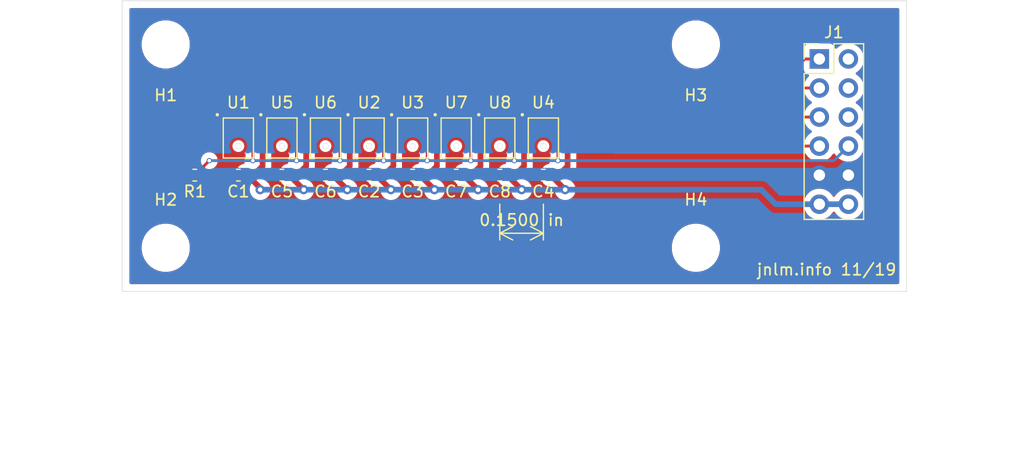
<source format=kicad_pcb>
(kicad_pcb (version 20171130) (host pcbnew 5.1.4-e60b266~84~ubuntu18.04.1)

  (general
    (thickness 1.6)
    (drawings 13)
    (tracks 178)
    (zones 0)
    (modules 22)
    (nets 11)
  )

  (page A4)
  (layers
    (0 F.Cu signal)
    (31 B.Cu signal)
    (32 B.Adhes user)
    (33 F.Adhes user)
    (34 B.Paste user)
    (35 F.Paste user)
    (36 B.SilkS user)
    (37 F.SilkS user)
    (38 B.Mask user)
    (39 F.Mask user)
    (40 Dwgs.User user)
    (41 Cmts.User user)
    (42 Eco1.User user)
    (43 Eco2.User user)
    (44 Edge.Cuts user)
    (45 Margin user)
    (46 B.CrtYd user hide)
    (47 F.CrtYd user hide)
    (48 B.Fab user)
    (49 F.Fab user hide)
  )

  (setup
    (last_trace_width 0.25)
    (trace_clearance 0.2)
    (zone_clearance 0.508)
    (zone_45_only yes)
    (trace_min 0.2)
    (via_size 0.45)
    (via_drill 0.3)
    (via_min_size 0.3)
    (via_min_drill 0.3)
    (user_via 0.45 0.3)
    (blind_buried_vias_allowed yes)
    (uvia_size 0.3)
    (uvia_drill 0.1)
    (uvias_allowed yes)
    (uvia_min_size 0.2)
    (uvia_min_drill 0.1)
    (edge_width 0.05)
    (segment_width 0.2)
    (pcb_text_width 0.3)
    (pcb_text_size 1.5 1.5)
    (mod_edge_width 0.12)
    (mod_text_size 1 1)
    (mod_text_width 0.15)
    (pad_size 0.3 0.3)
    (pad_drill 0)
    (pad_to_mask_clearance 0.051)
    (solder_mask_min_width 0.25)
    (aux_axis_origin 0 0)
    (visible_elements FFFFFF7F)
    (pcbplotparams
      (layerselection 0x010fc_ffffffff)
      (usegerberextensions true)
      (usegerberattributes false)
      (usegerberadvancedattributes false)
      (creategerberjobfile false)
      (excludeedgelayer true)
      (linewidth 0.100000)
      (plotframeref false)
      (viasonmask false)
      (mode 1)
      (useauxorigin false)
      (hpglpennumber 1)
      (hpglpenspeed 20)
      (hpglpendiameter 15.000000)
      (psnegative false)
      (psa4output false)
      (plotreference true)
      (plotvalue true)
      (plotinvisibletext false)
      (padsonsilk false)
      (subtractmaskfromsilk false)
      (outputformat 1)
      (mirror false)
      (drillshape 0)
      (scaleselection 1)
      (outputdirectory "mic/"))
  )

  (net 0 "")
  (net 1 +3V3)
  (net 2 GND)
  (net 3 "Net-(J1-Pad7)")
  (net 4 "Net-(J1-Pad4)")
  (net 5 "Net-(J1-Pad3)")
  (net 6 "Net-(J1-Pad2)")
  (net 7 "Net-(J1-Pad1)")
  (net 8 "Net-(J1-Pad6)")
  (net 9 "Net-(J1-Pad5)")
  (net 10 /clk)

  (net_class Default "This is the default net class."
    (clearance 0.2)
    (trace_width 0.25)
    (via_dia 0.45)
    (via_drill 0.3)
    (uvia_dia 0.3)
    (uvia_drill 0.1)
    (add_net /clk)
    (add_net GND)
    (add_net "Net-(J1-Pad1)")
    (add_net "Net-(J1-Pad2)")
    (add_net "Net-(J1-Pad3)")
    (add_net "Net-(J1-Pad4)")
    (add_net "Net-(J1-Pad5)")
    (add_net "Net-(J1-Pad6)")
    (add_net "Net-(J1-Pad7)")
  )

  (net_class Power ""
    (clearance 0.2)
    (trace_width 0.5)
    (via_dia 0.8)
    (via_drill 0.4)
    (uvia_dia 0.3)
    (uvia_drill 0.1)
    (add_net +3V3)
  )

  (module MountingHole:MountingHole_3.2mm_M3 (layer F.Cu) (tedit 56D1B4CB) (tstamp 5DC8344D)
    (at 164.465 110.49)
    (descr "Mounting Hole 3.2mm, no annular, M3")
    (tags "mounting hole 3.2mm no annular m3")
    (path /5DCB8CC9)
    (attr virtual)
    (fp_text reference H4 (at 0 -4.2) (layer F.SilkS)
      (effects (font (size 1 1) (thickness 0.15)))
    )
    (fp_text value MountingHole (at 0 4.2) (layer F.Fab)
      (effects (font (size 1 1) (thickness 0.15)))
    )
    (fp_circle (center 0 0) (end 3.45 0) (layer F.CrtYd) (width 0.05))
    (fp_circle (center 0 0) (end 3.2 0) (layer Cmts.User) (width 0.15))
    (fp_text user %R (at 0.3 0) (layer F.Fab)
      (effects (font (size 1 1) (thickness 0.15)))
    )
    (pad 1 np_thru_hole circle (at 0 0) (size 3.2 3.2) (drill 3.2) (layers *.Cu *.Mask))
  )

  (module MountingHole:MountingHole_3.2mm_M3 (layer F.Cu) (tedit 56D1B4CB) (tstamp 5DC84425)
    (at 164.465 92.71)
    (descr "Mounting Hole 3.2mm, no annular, M3")
    (tags "mounting hole 3.2mm no annular m3")
    (path /5DCB399E)
    (attr virtual)
    (fp_text reference H3 (at 0 4.445) (layer F.SilkS)
      (effects (font (size 1 1) (thickness 0.15)))
    )
    (fp_text value MountingHole (at 0 4.2) (layer F.Fab)
      (effects (font (size 1 1) (thickness 0.15)))
    )
    (fp_circle (center 0 0) (end 3.45 0) (layer F.CrtYd) (width 0.05))
    (fp_circle (center 0 0) (end 3.2 0) (layer Cmts.User) (width 0.15))
    (fp_text user %R (at 0.3 0) (layer F.Fab)
      (effects (font (size 1 1) (thickness 0.15)))
    )
    (pad 1 np_thru_hole circle (at 0 0) (size 3.2 3.2) (drill 3.2) (layers *.Cu *.Mask))
  )

  (module MountingHole:MountingHole_3.2mm_M3 (layer F.Cu) (tedit 56D1B4CB) (tstamp 5DC8343D)
    (at 118.11 110.49)
    (descr "Mounting Hole 3.2mm, no annular, M3")
    (tags "mounting hole 3.2mm no annular m3")
    (path /5DCAE6CE)
    (attr virtual)
    (fp_text reference H2 (at 0 -4.2) (layer F.SilkS)
      (effects (font (size 1 1) (thickness 0.15)))
    )
    (fp_text value MountingHole (at 0 4.2) (layer F.Fab)
      (effects (font (size 1 1) (thickness 0.15)))
    )
    (fp_circle (center 0 0) (end 3.45 0) (layer F.CrtYd) (width 0.05))
    (fp_circle (center 0 0) (end 3.2 0) (layer Cmts.User) (width 0.15))
    (fp_text user %R (at 0.3 0) (layer F.Fab)
      (effects (font (size 1 1) (thickness 0.15)))
    )
    (pad 1 np_thru_hole circle (at 0 0) (size 3.2 3.2) (drill 3.2) (layers *.Cu *.Mask))
  )

  (module MountingHole:MountingHole_3.2mm_M3 (layer F.Cu) (tedit 56D1B4CB) (tstamp 5DC83435)
    (at 118.11 92.71)
    (descr "Mounting Hole 3.2mm, no annular, M3")
    (tags "mounting hole 3.2mm no annular m3")
    (path /5DCABBB6)
    (attr virtual)
    (fp_text reference H1 (at 0 4.445) (layer F.SilkS)
      (effects (font (size 1 1) (thickness 0.15)))
    )
    (fp_text value MountingHole (at 0 4.2) (layer F.Fab)
      (effects (font (size 1 1) (thickness 0.15)))
    )
    (fp_circle (center 0 0) (end 3.45 0) (layer F.CrtYd) (width 0.05))
    (fp_circle (center 0 0) (end 3.2 0) (layer Cmts.User) (width 0.15))
    (fp_text user %R (at 0.3 0) (layer F.Fab)
      (effects (font (size 1 1) (thickness 0.15)))
    )
    (pad 1 np_thru_hole circle (at 0 0) (size 3.2 3.2) (drill 3.2) (layers *.Cu *.Mask))
  )

  (module Resistor_SMD:R_0603_1608Metric (layer F.Cu) (tedit 5B301BBD) (tstamp 5DC83F94)
    (at 120.65 104.14 180)
    (descr "Resistor SMD 0603 (1608 Metric), square (rectangular) end terminal, IPC_7351 nominal, (Body size source: http://www.tortai-tech.com/upload/download/2011102023233369053.pdf), generated with kicad-footprint-generator")
    (tags resistor)
    (path /5DC8D0AD)
    (attr smd)
    (fp_text reference R1 (at 0 -1.43) (layer F.SilkS)
      (effects (font (size 1 1) (thickness 0.15)))
    )
    (fp_text value R_Small (at 0 1.43) (layer F.Fab)
      (effects (font (size 1 1) (thickness 0.15)))
    )
    (fp_text user %R (at 0 0) (layer F.Fab)
      (effects (font (size 0.4 0.4) (thickness 0.06)))
    )
    (fp_line (start 1.48 0.73) (end -1.48 0.73) (layer F.CrtYd) (width 0.05))
    (fp_line (start 1.48 -0.73) (end 1.48 0.73) (layer F.CrtYd) (width 0.05))
    (fp_line (start -1.48 -0.73) (end 1.48 -0.73) (layer F.CrtYd) (width 0.05))
    (fp_line (start -1.48 0.73) (end -1.48 -0.73) (layer F.CrtYd) (width 0.05))
    (fp_line (start -0.162779 0.51) (end 0.162779 0.51) (layer F.SilkS) (width 0.12))
    (fp_line (start -0.162779 -0.51) (end 0.162779 -0.51) (layer F.SilkS) (width 0.12))
    (fp_line (start 0.8 0.4) (end -0.8 0.4) (layer F.Fab) (width 0.1))
    (fp_line (start 0.8 -0.4) (end 0.8 0.4) (layer F.Fab) (width 0.1))
    (fp_line (start -0.8 -0.4) (end 0.8 -0.4) (layer F.Fab) (width 0.1))
    (fp_line (start -0.8 0.4) (end -0.8 -0.4) (layer F.Fab) (width 0.1))
    (pad 2 smd roundrect (at 0.7875 0 180) (size 0.875 0.95) (layers F.Cu F.Paste F.Mask) (roundrect_rratio 0.25)
      (net 2 GND))
    (pad 1 smd roundrect (at -0.7875 0 180) (size 0.875 0.95) (layers F.Cu F.Paste F.Mask) (roundrect_rratio 0.25)
      (net 10 /clk))
    (model ${KISYS3DMOD}/Resistor_SMD.3dshapes/R_0603_1608Metric.wrl
      (at (xyz 0 0 0))
      (scale (xyz 1 1 1))
      (rotate (xyz 0 0 0))
    )
  )

  (module Capacitor_SMD:C_0603_1608Metric (layer F.Cu) (tedit 5B301BBE) (tstamp 5DC83C9D)
    (at 147.32 104.14 180)
    (descr "Capacitor SMD 0603 (1608 Metric), square (rectangular) end terminal, IPC_7351 nominal, (Body size source: http://www.tortai-tech.com/upload/download/2011102023233369053.pdf), generated with kicad-footprint-generator")
    (tags capacitor)
    (path /5DCF5854)
    (attr smd)
    (fp_text reference C8 (at 0 -1.43) (layer F.SilkS)
      (effects (font (size 1 1) (thickness 0.15)))
    )
    (fp_text value C_Small (at 0 1.43) (layer F.Fab)
      (effects (font (size 1 1) (thickness 0.15)))
    )
    (fp_text user %R (at 0 0) (layer F.Fab)
      (effects (font (size 0.4 0.4) (thickness 0.06)))
    )
    (fp_line (start 1.48 0.73) (end -1.48 0.73) (layer F.CrtYd) (width 0.05))
    (fp_line (start 1.48 -0.73) (end 1.48 0.73) (layer F.CrtYd) (width 0.05))
    (fp_line (start -1.48 -0.73) (end 1.48 -0.73) (layer F.CrtYd) (width 0.05))
    (fp_line (start -1.48 0.73) (end -1.48 -0.73) (layer F.CrtYd) (width 0.05))
    (fp_line (start -0.162779 0.51) (end 0.162779 0.51) (layer F.SilkS) (width 0.12))
    (fp_line (start -0.162779 -0.51) (end 0.162779 -0.51) (layer F.SilkS) (width 0.12))
    (fp_line (start 0.8 0.4) (end -0.8 0.4) (layer F.Fab) (width 0.1))
    (fp_line (start 0.8 -0.4) (end 0.8 0.4) (layer F.Fab) (width 0.1))
    (fp_line (start -0.8 -0.4) (end 0.8 -0.4) (layer F.Fab) (width 0.1))
    (fp_line (start -0.8 0.4) (end -0.8 -0.4) (layer F.Fab) (width 0.1))
    (pad 2 smd roundrect (at 0.7875 0 180) (size 0.875 0.95) (layers F.Cu F.Paste F.Mask) (roundrect_rratio 0.25)
      (net 2 GND))
    (pad 1 smd roundrect (at -0.7875 0 180) (size 0.875 0.95) (layers F.Cu F.Paste F.Mask) (roundrect_rratio 0.25)
      (net 1 +3V3))
    (model ${KISYS3DMOD}/Capacitor_SMD.3dshapes/C_0603_1608Metric.wrl
      (at (xyz 0 0 0))
      (scale (xyz 1 1 1))
      (rotate (xyz 0 0 0))
    )
  )

  (module Capacitor_SMD:C_0603_1608Metric (layer F.Cu) (tedit 5B301BBE) (tstamp 5DC83C6D)
    (at 143.51 104.14 180)
    (descr "Capacitor SMD 0603 (1608 Metric), square (rectangular) end terminal, IPC_7351 nominal, (Body size source: http://www.tortai-tech.com/upload/download/2011102023233369053.pdf), generated with kicad-footprint-generator")
    (tags capacitor)
    (path /5DD0AAD6)
    (attr smd)
    (fp_text reference C7 (at 0 -1.43) (layer F.SilkS)
      (effects (font (size 1 1) (thickness 0.15)))
    )
    (fp_text value C_Small (at 0 1.43) (layer F.Fab)
      (effects (font (size 1 1) (thickness 0.15)))
    )
    (fp_text user %R (at 0 0) (layer F.Fab)
      (effects (font (size 0.4 0.4) (thickness 0.06)))
    )
    (fp_line (start 1.48 0.73) (end -1.48 0.73) (layer F.CrtYd) (width 0.05))
    (fp_line (start 1.48 -0.73) (end 1.48 0.73) (layer F.CrtYd) (width 0.05))
    (fp_line (start -1.48 -0.73) (end 1.48 -0.73) (layer F.CrtYd) (width 0.05))
    (fp_line (start -1.48 0.73) (end -1.48 -0.73) (layer F.CrtYd) (width 0.05))
    (fp_line (start -0.162779 0.51) (end 0.162779 0.51) (layer F.SilkS) (width 0.12))
    (fp_line (start -0.162779 -0.51) (end 0.162779 -0.51) (layer F.SilkS) (width 0.12))
    (fp_line (start 0.8 0.4) (end -0.8 0.4) (layer F.Fab) (width 0.1))
    (fp_line (start 0.8 -0.4) (end 0.8 0.4) (layer F.Fab) (width 0.1))
    (fp_line (start -0.8 -0.4) (end 0.8 -0.4) (layer F.Fab) (width 0.1))
    (fp_line (start -0.8 0.4) (end -0.8 -0.4) (layer F.Fab) (width 0.1))
    (pad 2 smd roundrect (at 0.7875 0 180) (size 0.875 0.95) (layers F.Cu F.Paste F.Mask) (roundrect_rratio 0.25)
      (net 2 GND))
    (pad 1 smd roundrect (at -0.7875 0 180) (size 0.875 0.95) (layers F.Cu F.Paste F.Mask) (roundrect_rratio 0.25)
      (net 1 +3V3))
    (model ${KISYS3DMOD}/Capacitor_SMD.3dshapes/C_0603_1608Metric.wrl
      (at (xyz 0 0 0))
      (scale (xyz 1 1 1))
      (rotate (xyz 0 0 0))
    )
  )

  (module Capacitor_SMD:C_0603_1608Metric (layer F.Cu) (tedit 5B301BBE) (tstamp 5DC83DC9)
    (at 132.08 104.14 180)
    (descr "Capacitor SMD 0603 (1608 Metric), square (rectangular) end terminal, IPC_7351 nominal, (Body size source: http://www.tortai-tech.com/upload/download/2011102023233369053.pdf), generated with kicad-footprint-generator")
    (tags capacitor)
    (path /5DD047DC)
    (attr smd)
    (fp_text reference C6 (at 0 -1.43) (layer F.SilkS)
      (effects (font (size 1 1) (thickness 0.15)))
    )
    (fp_text value C_Small (at 0 1.43) (layer F.Fab)
      (effects (font (size 1 1) (thickness 0.15)))
    )
    (fp_text user %R (at 0 0) (layer F.Fab)
      (effects (font (size 0.4 0.4) (thickness 0.06)))
    )
    (fp_line (start 1.48 0.73) (end -1.48 0.73) (layer F.CrtYd) (width 0.05))
    (fp_line (start 1.48 -0.73) (end 1.48 0.73) (layer F.CrtYd) (width 0.05))
    (fp_line (start -1.48 -0.73) (end 1.48 -0.73) (layer F.CrtYd) (width 0.05))
    (fp_line (start -1.48 0.73) (end -1.48 -0.73) (layer F.CrtYd) (width 0.05))
    (fp_line (start -0.162779 0.51) (end 0.162779 0.51) (layer F.SilkS) (width 0.12))
    (fp_line (start -0.162779 -0.51) (end 0.162779 -0.51) (layer F.SilkS) (width 0.12))
    (fp_line (start 0.8 0.4) (end -0.8 0.4) (layer F.Fab) (width 0.1))
    (fp_line (start 0.8 -0.4) (end 0.8 0.4) (layer F.Fab) (width 0.1))
    (fp_line (start -0.8 -0.4) (end 0.8 -0.4) (layer F.Fab) (width 0.1))
    (fp_line (start -0.8 0.4) (end -0.8 -0.4) (layer F.Fab) (width 0.1))
    (pad 2 smd roundrect (at 0.7875 0 180) (size 0.875 0.95) (layers F.Cu F.Paste F.Mask) (roundrect_rratio 0.25)
      (net 2 GND))
    (pad 1 smd roundrect (at -0.7875 0 180) (size 0.875 0.95) (layers F.Cu F.Paste F.Mask) (roundrect_rratio 0.25)
      (net 1 +3V3))
    (model ${KISYS3DMOD}/Capacitor_SMD.3dshapes/C_0603_1608Metric.wrl
      (at (xyz 0 0 0))
      (scale (xyz 1 1 1))
      (rotate (xyz 0 0 0))
    )
  )

  (module Capacitor_SMD:C_0603_1608Metric (layer F.Cu) (tedit 5B301BBE) (tstamp 5DC83CCD)
    (at 128.27 104.14 180)
    (descr "Capacitor SMD 0603 (1608 Metric), square (rectangular) end terminal, IPC_7351 nominal, (Body size source: http://www.tortai-tech.com/upload/download/2011102023233369053.pdf), generated with kicad-footprint-generator")
    (tags capacitor)
    (path /5DCFD7AB)
    (attr smd)
    (fp_text reference C5 (at 0 -1.43) (layer F.SilkS)
      (effects (font (size 1 1) (thickness 0.15)))
    )
    (fp_text value C_Small (at 0 1.43) (layer F.Fab)
      (effects (font (size 1 1) (thickness 0.15)))
    )
    (fp_text user %R (at 0 0) (layer F.Fab)
      (effects (font (size 0.4 0.4) (thickness 0.06)))
    )
    (fp_line (start 1.48 0.73) (end -1.48 0.73) (layer F.CrtYd) (width 0.05))
    (fp_line (start 1.48 -0.73) (end 1.48 0.73) (layer F.CrtYd) (width 0.05))
    (fp_line (start -1.48 -0.73) (end 1.48 -0.73) (layer F.CrtYd) (width 0.05))
    (fp_line (start -1.48 0.73) (end -1.48 -0.73) (layer F.CrtYd) (width 0.05))
    (fp_line (start -0.162779 0.51) (end 0.162779 0.51) (layer F.SilkS) (width 0.12))
    (fp_line (start -0.162779 -0.51) (end 0.162779 -0.51) (layer F.SilkS) (width 0.12))
    (fp_line (start 0.8 0.4) (end -0.8 0.4) (layer F.Fab) (width 0.1))
    (fp_line (start 0.8 -0.4) (end 0.8 0.4) (layer F.Fab) (width 0.1))
    (fp_line (start -0.8 -0.4) (end 0.8 -0.4) (layer F.Fab) (width 0.1))
    (fp_line (start -0.8 0.4) (end -0.8 -0.4) (layer F.Fab) (width 0.1))
    (pad 2 smd roundrect (at 0.7875 0 180) (size 0.875 0.95) (layers F.Cu F.Paste F.Mask) (roundrect_rratio 0.25)
      (net 2 GND))
    (pad 1 smd roundrect (at -0.7875 0 180) (size 0.875 0.95) (layers F.Cu F.Paste F.Mask) (roundrect_rratio 0.25)
      (net 1 +3V3))
    (model ${KISYS3DMOD}/Capacitor_SMD.3dshapes/C_0603_1608Metric.wrl
      (at (xyz 0 0 0))
      (scale (xyz 1 1 1))
      (rotate (xyz 0 0 0))
    )
  )

  (module Capacitor_SMD:C_0603_1608Metric (layer F.Cu) (tedit 5B301BBE) (tstamp 5DC83CFD)
    (at 151.13 104.14 180)
    (descr "Capacitor SMD 0603 (1608 Metric), square (rectangular) end terminal, IPC_7351 nominal, (Body size source: http://www.tortai-tech.com/upload/download/2011102023233369053.pdf), generated with kicad-footprint-generator")
    (tags capacitor)
    (path /5DCF9FA4)
    (attr smd)
    (fp_text reference C4 (at 0 -1.43) (layer F.SilkS)
      (effects (font (size 1 1) (thickness 0.15)))
    )
    (fp_text value C_Small (at 0 1.43) (layer F.Fab)
      (effects (font (size 1 1) (thickness 0.15)))
    )
    (fp_text user %R (at 0 0) (layer F.Fab)
      (effects (font (size 0.4 0.4) (thickness 0.06)))
    )
    (fp_line (start 1.48 0.73) (end -1.48 0.73) (layer F.CrtYd) (width 0.05))
    (fp_line (start 1.48 -0.73) (end 1.48 0.73) (layer F.CrtYd) (width 0.05))
    (fp_line (start -1.48 -0.73) (end 1.48 -0.73) (layer F.CrtYd) (width 0.05))
    (fp_line (start -1.48 0.73) (end -1.48 -0.73) (layer F.CrtYd) (width 0.05))
    (fp_line (start -0.162779 0.51) (end 0.162779 0.51) (layer F.SilkS) (width 0.12))
    (fp_line (start -0.162779 -0.51) (end 0.162779 -0.51) (layer F.SilkS) (width 0.12))
    (fp_line (start 0.8 0.4) (end -0.8 0.4) (layer F.Fab) (width 0.1))
    (fp_line (start 0.8 -0.4) (end 0.8 0.4) (layer F.Fab) (width 0.1))
    (fp_line (start -0.8 -0.4) (end 0.8 -0.4) (layer F.Fab) (width 0.1))
    (fp_line (start -0.8 0.4) (end -0.8 -0.4) (layer F.Fab) (width 0.1))
    (pad 2 smd roundrect (at 0.7875 0 180) (size 0.875 0.95) (layers F.Cu F.Paste F.Mask) (roundrect_rratio 0.25)
      (net 2 GND))
    (pad 1 smd roundrect (at -0.7875 0 180) (size 0.875 0.95) (layers F.Cu F.Paste F.Mask) (roundrect_rratio 0.25)
      (net 1 +3V3))
    (model ${KISYS3DMOD}/Capacitor_SMD.3dshapes/C_0603_1608Metric.wrl
      (at (xyz 0 0 0))
      (scale (xyz 1 1 1))
      (rotate (xyz 0 0 0))
    )
  )

  (module Capacitor_SMD:C_0603_1608Metric (layer F.Cu) (tedit 5B301BBE) (tstamp 5DC83C13)
    (at 139.7 104.14 180)
    (descr "Capacitor SMD 0603 (1608 Metric), square (rectangular) end terminal, IPC_7351 nominal, (Body size source: http://www.tortai-tech.com/upload/download/2011102023233369053.pdf), generated with kicad-footprint-generator")
    (tags capacitor)
    (path /5DCEF4E6)
    (attr smd)
    (fp_text reference C3 (at 0 -1.43) (layer F.SilkS)
      (effects (font (size 1 1) (thickness 0.15)))
    )
    (fp_text value C_Small (at 0 1.43) (layer F.Fab)
      (effects (font (size 1 1) (thickness 0.15)))
    )
    (fp_text user %R (at 0 0) (layer F.Fab)
      (effects (font (size 0.4 0.4) (thickness 0.06)))
    )
    (fp_line (start 1.48 0.73) (end -1.48 0.73) (layer F.CrtYd) (width 0.05))
    (fp_line (start 1.48 -0.73) (end 1.48 0.73) (layer F.CrtYd) (width 0.05))
    (fp_line (start -1.48 -0.73) (end 1.48 -0.73) (layer F.CrtYd) (width 0.05))
    (fp_line (start -1.48 0.73) (end -1.48 -0.73) (layer F.CrtYd) (width 0.05))
    (fp_line (start -0.162779 0.51) (end 0.162779 0.51) (layer F.SilkS) (width 0.12))
    (fp_line (start -0.162779 -0.51) (end 0.162779 -0.51) (layer F.SilkS) (width 0.12))
    (fp_line (start 0.8 0.4) (end -0.8 0.4) (layer F.Fab) (width 0.1))
    (fp_line (start 0.8 -0.4) (end 0.8 0.4) (layer F.Fab) (width 0.1))
    (fp_line (start -0.8 -0.4) (end 0.8 -0.4) (layer F.Fab) (width 0.1))
    (fp_line (start -0.8 0.4) (end -0.8 -0.4) (layer F.Fab) (width 0.1))
    (pad 2 smd roundrect (at 0.7875 0 180) (size 0.875 0.95) (layers F.Cu F.Paste F.Mask) (roundrect_rratio 0.25)
      (net 2 GND))
    (pad 1 smd roundrect (at -0.7875 0 180) (size 0.875 0.95) (layers F.Cu F.Paste F.Mask) (roundrect_rratio 0.25)
      (net 1 +3V3))
    (model ${KISYS3DMOD}/Capacitor_SMD.3dshapes/C_0603_1608Metric.wrl
      (at (xyz 0 0 0))
      (scale (xyz 1 1 1))
      (rotate (xyz 0 0 0))
    )
  )

  (module Capacitor_SMD:C_0603_1608Metric (layer F.Cu) (tedit 5B301BBE) (tstamp 5DC83D5D)
    (at 135.89 104.14 180)
    (descr "Capacitor SMD 0603 (1608 Metric), square (rectangular) end terminal, IPC_7351 nominal, (Body size source: http://www.tortai-tech.com/upload/download/2011102023233369053.pdf), generated with kicad-footprint-generator")
    (tags capacitor)
    (path /5DD07D8E)
    (attr smd)
    (fp_text reference C2 (at 0 -1.43) (layer F.SilkS)
      (effects (font (size 1 1) (thickness 0.15)))
    )
    (fp_text value C_Small (at 0 1.43) (layer F.Fab)
      (effects (font (size 1 1) (thickness 0.15)))
    )
    (fp_text user %R (at 0 0) (layer F.Fab)
      (effects (font (size 0.4 0.4) (thickness 0.06)))
    )
    (fp_line (start 1.48 0.73) (end -1.48 0.73) (layer F.CrtYd) (width 0.05))
    (fp_line (start 1.48 -0.73) (end 1.48 0.73) (layer F.CrtYd) (width 0.05))
    (fp_line (start -1.48 -0.73) (end 1.48 -0.73) (layer F.CrtYd) (width 0.05))
    (fp_line (start -1.48 0.73) (end -1.48 -0.73) (layer F.CrtYd) (width 0.05))
    (fp_line (start -0.162779 0.51) (end 0.162779 0.51) (layer F.SilkS) (width 0.12))
    (fp_line (start -0.162779 -0.51) (end 0.162779 -0.51) (layer F.SilkS) (width 0.12))
    (fp_line (start 0.8 0.4) (end -0.8 0.4) (layer F.Fab) (width 0.1))
    (fp_line (start 0.8 -0.4) (end 0.8 0.4) (layer F.Fab) (width 0.1))
    (fp_line (start -0.8 -0.4) (end 0.8 -0.4) (layer F.Fab) (width 0.1))
    (fp_line (start -0.8 0.4) (end -0.8 -0.4) (layer F.Fab) (width 0.1))
    (pad 2 smd roundrect (at 0.7875 0 180) (size 0.875 0.95) (layers F.Cu F.Paste F.Mask) (roundrect_rratio 0.25)
      (net 2 GND))
    (pad 1 smd roundrect (at -0.7875 0 180) (size 0.875 0.95) (layers F.Cu F.Paste F.Mask) (roundrect_rratio 0.25)
      (net 1 +3V3))
    (model ${KISYS3DMOD}/Capacitor_SMD.3dshapes/C_0603_1608Metric.wrl
      (at (xyz 0 0 0))
      (scale (xyz 1 1 1))
      (rotate (xyz 0 0 0))
    )
  )

  (module Capacitor_SMD:C_0603_1608Metric (layer F.Cu) (tedit 5B301BBE) (tstamp 5DC83D2D)
    (at 124.46 104.14 180)
    (descr "Capacitor SMD 0603 (1608 Metric), square (rectangular) end terminal, IPC_7351 nominal, (Body size source: http://www.tortai-tech.com/upload/download/2011102023233369053.pdf), generated with kicad-footprint-generator")
    (tags capacitor)
    (path /5DD01997)
    (attr smd)
    (fp_text reference C1 (at 0 -1.43) (layer F.SilkS)
      (effects (font (size 1 1) (thickness 0.15)))
    )
    (fp_text value C_Small (at 0 1.43) (layer F.Fab)
      (effects (font (size 1 1) (thickness 0.15)))
    )
    (fp_text user %R (at 0 0) (layer F.Fab)
      (effects (font (size 0.4 0.4) (thickness 0.06)))
    )
    (fp_line (start 1.48 0.73) (end -1.48 0.73) (layer F.CrtYd) (width 0.05))
    (fp_line (start 1.48 -0.73) (end 1.48 0.73) (layer F.CrtYd) (width 0.05))
    (fp_line (start -1.48 -0.73) (end 1.48 -0.73) (layer F.CrtYd) (width 0.05))
    (fp_line (start -1.48 0.73) (end -1.48 -0.73) (layer F.CrtYd) (width 0.05))
    (fp_line (start -0.162779 0.51) (end 0.162779 0.51) (layer F.SilkS) (width 0.12))
    (fp_line (start -0.162779 -0.51) (end 0.162779 -0.51) (layer F.SilkS) (width 0.12))
    (fp_line (start 0.8 0.4) (end -0.8 0.4) (layer F.Fab) (width 0.1))
    (fp_line (start 0.8 -0.4) (end 0.8 0.4) (layer F.Fab) (width 0.1))
    (fp_line (start -0.8 -0.4) (end 0.8 -0.4) (layer F.Fab) (width 0.1))
    (fp_line (start -0.8 0.4) (end -0.8 -0.4) (layer F.Fab) (width 0.1))
    (pad 2 smd roundrect (at 0.7875 0 180) (size 0.875 0.95) (layers F.Cu F.Paste F.Mask) (roundrect_rratio 0.25)
      (net 2 GND))
    (pad 1 smd roundrect (at -0.7875 0 180) (size 0.875 0.95) (layers F.Cu F.Paste F.Mask) (roundrect_rratio 0.25)
      (net 1 +3V3))
    (model ${KISYS3DMOD}/Capacitor_SMD.3dshapes/C_0603_1608Metric.wrl
      (at (xyz 0 0 0))
      (scale (xyz 1 1 1))
      (rotate (xyz 0 0 0))
    )
  )

  (module Connector_PinHeader_2.54mm:PinHeader_2x06_P2.54mm_Vertical (layer F.Cu) (tedit 59FED5CC) (tstamp 5DC569AA)
    (at 175.26 93.98)
    (descr "Through hole straight pin header, 2x06, 2.54mm pitch, double rows")
    (tags "Through hole pin header THT 2x06 2.54mm double row")
    (path /5DC5F628)
    (fp_text reference J1 (at 1.27 -2.33) (layer F.SilkS)
      (effects (font (size 1 1) (thickness 0.15)))
    )
    (fp_text value Conn_02x06_Odd_Even (at 1.27 15.03) (layer F.Fab)
      (effects (font (size 1 1) (thickness 0.15)))
    )
    (fp_text user %R (at 1.27 6.35 90) (layer F.Fab)
      (effects (font (size 1 1) (thickness 0.15)))
    )
    (fp_line (start 4.35 -1.8) (end -1.8 -1.8) (layer F.CrtYd) (width 0.05))
    (fp_line (start 4.35 14.5) (end 4.35 -1.8) (layer F.CrtYd) (width 0.05))
    (fp_line (start -1.8 14.5) (end 4.35 14.5) (layer F.CrtYd) (width 0.05))
    (fp_line (start -1.8 -1.8) (end -1.8 14.5) (layer F.CrtYd) (width 0.05))
    (fp_line (start -1.33 -1.33) (end 0 -1.33) (layer F.SilkS) (width 0.12))
    (fp_line (start -1.33 0) (end -1.33 -1.33) (layer F.SilkS) (width 0.12))
    (fp_line (start 1.27 -1.33) (end 3.87 -1.33) (layer F.SilkS) (width 0.12))
    (fp_line (start 1.27 1.27) (end 1.27 -1.33) (layer F.SilkS) (width 0.12))
    (fp_line (start -1.33 1.27) (end 1.27 1.27) (layer F.SilkS) (width 0.12))
    (fp_line (start 3.87 -1.33) (end 3.87 14.03) (layer F.SilkS) (width 0.12))
    (fp_line (start -1.33 1.27) (end -1.33 14.03) (layer F.SilkS) (width 0.12))
    (fp_line (start -1.33 14.03) (end 3.87 14.03) (layer F.SilkS) (width 0.12))
    (fp_line (start -1.27 0) (end 0 -1.27) (layer F.Fab) (width 0.1))
    (fp_line (start -1.27 13.97) (end -1.27 0) (layer F.Fab) (width 0.1))
    (fp_line (start 3.81 13.97) (end -1.27 13.97) (layer F.Fab) (width 0.1))
    (fp_line (start 3.81 -1.27) (end 3.81 13.97) (layer F.Fab) (width 0.1))
    (fp_line (start 0 -1.27) (end 3.81 -1.27) (layer F.Fab) (width 0.1))
    (pad 12 thru_hole oval (at 2.54 12.7) (size 1.7 1.7) (drill 1) (layers *.Cu *.Mask)
      (net 1 +3V3))
    (pad 11 thru_hole oval (at 0 12.7) (size 1.7 1.7) (drill 1) (layers *.Cu *.Mask)
      (net 1 +3V3))
    (pad 10 thru_hole oval (at 2.54 10.16) (size 1.7 1.7) (drill 1) (layers *.Cu *.Mask)
      (net 2 GND))
    (pad 9 thru_hole oval (at 0 10.16) (size 1.7 1.7) (drill 1) (layers *.Cu *.Mask)
      (net 2 GND))
    (pad 8 thru_hole oval (at 2.54 7.62) (size 1.7 1.7) (drill 1) (layers *.Cu *.Mask)
      (net 10 /clk))
    (pad 7 thru_hole oval (at 0 7.62) (size 1.7 1.7) (drill 1) (layers *.Cu *.Mask)
      (net 3 "Net-(J1-Pad7)"))
    (pad 6 thru_hole oval (at 2.54 5.08) (size 1.7 1.7) (drill 1) (layers *.Cu *.Mask)
      (net 8 "Net-(J1-Pad6)"))
    (pad 5 thru_hole oval (at 0 5.08) (size 1.7 1.7) (drill 1) (layers *.Cu *.Mask)
      (net 9 "Net-(J1-Pad5)"))
    (pad 4 thru_hole oval (at 2.54 2.54) (size 1.7 1.7) (drill 1) (layers *.Cu *.Mask)
      (net 4 "Net-(J1-Pad4)"))
    (pad 3 thru_hole oval (at 0 2.54) (size 1.7 1.7) (drill 1) (layers *.Cu *.Mask)
      (net 5 "Net-(J1-Pad3)"))
    (pad 2 thru_hole oval (at 2.54 0) (size 1.7 1.7) (drill 1) (layers *.Cu *.Mask)
      (net 6 "Net-(J1-Pad2)"))
    (pad 1 thru_hole rect (at 0 0) (size 1.7 1.7) (drill 1) (layers *.Cu *.Mask)
      (net 7 "Net-(J1-Pad1)"))
    (model ${KISYS3DMOD}/Connector_PinHeader_2.54mm.3dshapes/PinHeader_2x06_P2.54mm_Vertical.wrl
      (at (xyz 0 0 0))
      (scale (xyz 1 1 1))
      (rotate (xyz 0 0 0))
    )
  )

  (module mic:KNOWLES_SPH0641LU4H-1 (layer F.Cu) (tedit 5DC7D306) (tstamp 5DC83C41)
    (at 147.32 101.6)
    (path /5DC7249A)
    (fp_text reference U8 (at 0 -3.81) (layer F.SilkS)
      (effects (font (size 1 1) (thickness 0.15)))
    )
    (fp_text value SPH0641LU4H-1 (at 0 -5.08) (layer F.Fab)
      (effects (font (size 1 1) (thickness 0.15)))
    )
    (fp_circle (center -1.841426 -2.744328) (end -1.766426 -2.744328) (layer F.SilkS) (width 0.15))
    (fp_line (start 1.32 -2.46) (end -1.32 -2.46) (layer F.SilkS) (width 0.12))
    (fp_line (start 1.32 1.04) (end 1.32 -2.46) (layer F.SilkS) (width 0.12))
    (fp_line (start -1.32 1.04) (end 1.32 1.04) (layer F.SilkS) (width 0.12))
    (fp_line (start -1.32 -2.46) (end -1.32 1.04) (layer F.SilkS) (width 0.12))
    (pad 5 smd rect (at 0.8375 -2.074) (size 0.725 0.522) (layers F.Cu F.Paste F.Mask)
      (net 1 +3V3) (zone_connect 0))
    (pad 1 smd rect (at -0.8375 -2.074) (size 0.725 0.522) (layers F.Cu F.Paste F.Mask)
      (net 3 "Net-(J1-Pad7)") (zone_connect 0))
    (pad 2 smd rect (at -0.8375 -1.252) (size 0.725 0.522) (layers F.Cu F.Paste F.Mask)
      (net 2 GND) (zone_connect 0))
    (pad 4 smd rect (at 0.8375 -1.252) (size 0.725 0.522) (layers F.Cu F.Paste F.Mask)
      (net 10 /clk) (zone_connect 0))
    (pad "" np_thru_hole custom (at 0 0) (size 0.5 0.5) (drill 0.5) (layers *.Cu *.Mask)
      (zone_connect 0)
      (options (clearance outline) (anchor circle))
      (primitives
      ))
    (pad 3 smd custom (at 0 0.6625) (size 0.3 0.3) (layers F.Cu F.Paste F.Mask)
      (net 2 GND) (zone_connect 2)
      (options (clearance outline) (anchor circle))
      (primitives
        (gr_circle (center 0 -0.6625) (end 0.6625 -0.6625) (width 0.3))
      ))
  )

  (module mic:KNOWLES_SPH0641LU4H-1 (layer F.Cu) (tedit 5DC7D306) (tstamp 5DC83D8B)
    (at 143.51 101.6)
    (path /5DC72478)
    (fp_text reference U7 (at 0 -3.81) (layer F.SilkS)
      (effects (font (size 1 1) (thickness 0.15)))
    )
    (fp_text value SPH0641LU4H-1 (at 0 -5.08) (layer F.Fab)
      (effects (font (size 1 1) (thickness 0.15)))
    )
    (fp_circle (center -1.841426 -2.744328) (end -1.766426 -2.744328) (layer F.SilkS) (width 0.15))
    (fp_line (start 1.32 -2.46) (end -1.32 -2.46) (layer F.SilkS) (width 0.12))
    (fp_line (start 1.32 1.04) (end 1.32 -2.46) (layer F.SilkS) (width 0.12))
    (fp_line (start -1.32 1.04) (end 1.32 1.04) (layer F.SilkS) (width 0.12))
    (fp_line (start -1.32 -2.46) (end -1.32 1.04) (layer F.SilkS) (width 0.12))
    (pad 5 smd rect (at 0.8375 -2.074) (size 0.725 0.522) (layers F.Cu F.Paste F.Mask)
      (net 1 +3V3) (zone_connect 0))
    (pad 1 smd rect (at -0.8375 -2.074) (size 0.725 0.522) (layers F.Cu F.Paste F.Mask)
      (net 9 "Net-(J1-Pad5)") (zone_connect 0))
    (pad 2 smd rect (at -0.8375 -1.252) (size 0.725 0.522) (layers F.Cu F.Paste F.Mask)
      (net 2 GND) (zone_connect 0))
    (pad 4 smd rect (at 0.8375 -1.252) (size 0.725 0.522) (layers F.Cu F.Paste F.Mask)
      (net 10 /clk) (zone_connect 0))
    (pad "" np_thru_hole custom (at 0 0) (size 0.5 0.5) (drill 0.5) (layers *.Cu *.Mask)
      (zone_connect 0)
      (options (clearance outline) (anchor circle))
      (primitives
      ))
    (pad 3 smd custom (at 0 0.6625) (size 0.3 0.3) (layers F.Cu F.Paste F.Mask)
      (net 2 GND) (zone_connect 2)
      (options (clearance outline) (anchor circle))
      (primitives
        (gr_circle (center 0 -0.6625) (end 0.6625 -0.6625) (width 0.3))
      ))
  )

  (module mic:KNOWLES_SPH0641LU4H-1 (layer F.Cu) (tedit 5DC7D306) (tstamp 5DC8402E)
    (at 132.08 101.6)
    (path /5DC6DEF0)
    (fp_text reference U6 (at 0 -3.81) (layer F.SilkS)
      (effects (font (size 1 1) (thickness 0.15)))
    )
    (fp_text value SPH0641LU4H-1 (at 0 -5.08) (layer F.Fab)
      (effects (font (size 1 1) (thickness 0.15)))
    )
    (fp_circle (center -1.841426 -2.744328) (end -1.766426 -2.744328) (layer F.SilkS) (width 0.15))
    (fp_line (start 1.32 -2.46) (end -1.32 -2.46) (layer F.SilkS) (width 0.12))
    (fp_line (start 1.32 1.04) (end 1.32 -2.46) (layer F.SilkS) (width 0.12))
    (fp_line (start -1.32 1.04) (end 1.32 1.04) (layer F.SilkS) (width 0.12))
    (fp_line (start -1.32 -2.46) (end -1.32 1.04) (layer F.SilkS) (width 0.12))
    (pad 5 smd rect (at 0.8375 -2.074) (size 0.725 0.522) (layers F.Cu F.Paste F.Mask)
      (net 1 +3V3) (zone_connect 0))
    (pad 1 smd rect (at -0.8375 -2.074) (size 0.725 0.522) (layers F.Cu F.Paste F.Mask)
      (net 5 "Net-(J1-Pad3)") (zone_connect 0))
    (pad 2 smd rect (at -0.8375 -1.252) (size 0.725 0.522) (layers F.Cu F.Paste F.Mask)
      (net 2 GND) (zone_connect 0))
    (pad 4 smd rect (at 0.8375 -1.252) (size 0.725 0.522) (layers F.Cu F.Paste F.Mask)
      (net 10 /clk) (zone_connect 0))
    (pad "" np_thru_hole custom (at 0 0) (size 0.5 0.5) (drill 0.5) (layers *.Cu *.Mask)
      (zone_connect 0)
      (options (clearance outline) (anchor circle))
      (primitives
      ))
    (pad 3 smd custom (at 0 0.6625) (size 0.3 0.3) (layers F.Cu F.Paste F.Mask)
      (net 2 GND) (zone_connect 2)
      (options (clearance outline) (anchor circle))
      (primitives
        (gr_circle (center 0 -0.6625) (end 0.6625 -0.6625) (width 0.3))
      ))
  )

  (module mic:KNOWLES_SPH0641LU4H-1 (layer F.Cu) (tedit 5DC7D306) (tstamp 5DC84004)
    (at 128.27 101.6)
    (path /5DC6DECE)
    (fp_text reference U5 (at 0 -3.81) (layer F.SilkS)
      (effects (font (size 1 1) (thickness 0.15)))
    )
    (fp_text value SPH0641LU4H-1 (at 0 -5.08) (layer F.Fab)
      (effects (font (size 1 1) (thickness 0.15)))
    )
    (fp_circle (center -1.841426 -2.744328) (end -1.766426 -2.744328) (layer F.SilkS) (width 0.15))
    (fp_line (start 1.32 -2.46) (end -1.32 -2.46) (layer F.SilkS) (width 0.12))
    (fp_line (start 1.32 1.04) (end 1.32 -2.46) (layer F.SilkS) (width 0.12))
    (fp_line (start -1.32 1.04) (end 1.32 1.04) (layer F.SilkS) (width 0.12))
    (fp_line (start -1.32 -2.46) (end -1.32 1.04) (layer F.SilkS) (width 0.12))
    (pad 5 smd rect (at 0.8375 -2.074) (size 0.725 0.522) (layers F.Cu F.Paste F.Mask)
      (net 1 +3V3) (zone_connect 0))
    (pad 1 smd rect (at -0.8375 -2.074) (size 0.725 0.522) (layers F.Cu F.Paste F.Mask)
      (net 7 "Net-(J1-Pad1)") (zone_connect 0))
    (pad 2 smd rect (at -0.8375 -1.252) (size 0.725 0.522) (layers F.Cu F.Paste F.Mask)
      (net 2 GND) (zone_connect 0))
    (pad 4 smd rect (at 0.8375 -1.252) (size 0.725 0.522) (layers F.Cu F.Paste F.Mask)
      (net 10 /clk) (zone_connect 0))
    (pad "" np_thru_hole custom (at 0 0) (size 0.5 0.5) (drill 0.5) (layers *.Cu *.Mask)
      (zone_connect 0)
      (options (clearance outline) (anchor circle))
      (primitives
      ))
    (pad 3 smd custom (at 0 0.6625) (size 0.3 0.3) (layers F.Cu F.Paste F.Mask)
      (net 2 GND) (zone_connect 2)
      (options (clearance outline) (anchor circle))
      (primitives
        (gr_circle (center 0 -0.6625) (end 0.6625 -0.6625) (width 0.3))
      ))
  )

  (module mic:KNOWLES_SPH0641LU4H-1 (layer F.Cu) (tedit 5DC7D306) (tstamp 5DC84058)
    (at 151.13 101.6)
    (path /5DC72472)
    (fp_text reference U4 (at 0 -3.81) (layer F.SilkS)
      (effects (font (size 1 1) (thickness 0.15)))
    )
    (fp_text value SPH0641LU4H-1 (at 0 -5.08) (layer F.Fab)
      (effects (font (size 1 1) (thickness 0.15)))
    )
    (fp_circle (center -1.841426 -2.744328) (end -1.766426 -2.744328) (layer F.SilkS) (width 0.15))
    (fp_line (start 1.32 -2.46) (end -1.32 -2.46) (layer F.SilkS) (width 0.12))
    (fp_line (start 1.32 1.04) (end 1.32 -2.46) (layer F.SilkS) (width 0.12))
    (fp_line (start -1.32 1.04) (end 1.32 1.04) (layer F.SilkS) (width 0.12))
    (fp_line (start -1.32 -2.46) (end -1.32 1.04) (layer F.SilkS) (width 0.12))
    (pad 5 smd rect (at 0.8375 -2.074) (size 0.725 0.522) (layers F.Cu F.Paste F.Mask)
      (net 1 +3V3) (zone_connect 0))
    (pad 1 smd rect (at -0.8375 -2.074) (size 0.725 0.522) (layers F.Cu F.Paste F.Mask)
      (net 3 "Net-(J1-Pad7)") (zone_connect 0))
    (pad 2 smd rect (at -0.8375 -1.252) (size 0.725 0.522) (layers F.Cu F.Paste F.Mask)
      (net 1 +3V3) (zone_connect 0))
    (pad 4 smd rect (at 0.8375 -1.252) (size 0.725 0.522) (layers F.Cu F.Paste F.Mask)
      (net 10 /clk) (zone_connect 0))
    (pad "" np_thru_hole custom (at 0 0) (size 0.5 0.5) (drill 0.5) (layers *.Cu *.Mask)
      (zone_connect 0)
      (options (clearance outline) (anchor circle))
      (primitives
      ))
    (pad 3 smd custom (at 0 0.6625) (size 0.3 0.3) (layers F.Cu F.Paste F.Mask)
      (net 2 GND) (zone_connect 2)
      (options (clearance outline) (anchor circle))
      (primitives
        (gr_circle (center 0 -0.6625) (end 0.6625 -0.6625) (width 0.3))
      ))
  )

  (module mic:KNOWLES_SPH0641LU4H-1 (layer F.Cu) (tedit 5DC7D306) (tstamp 5DC83FDA)
    (at 139.7 101.6)
    (path /5DC72450)
    (fp_text reference U3 (at 0 -3.81) (layer F.SilkS)
      (effects (font (size 1 1) (thickness 0.15)))
    )
    (fp_text value SPH0641LU4H-1 (at 0 -5.08) (layer F.Fab)
      (effects (font (size 1 1) (thickness 0.15)))
    )
    (fp_circle (center -1.841426 -2.744328) (end -1.766426 -2.744328) (layer F.SilkS) (width 0.15))
    (fp_line (start 1.32 -2.46) (end -1.32 -2.46) (layer F.SilkS) (width 0.12))
    (fp_line (start 1.32 1.04) (end 1.32 -2.46) (layer F.SilkS) (width 0.12))
    (fp_line (start -1.32 1.04) (end 1.32 1.04) (layer F.SilkS) (width 0.12))
    (fp_line (start -1.32 -2.46) (end -1.32 1.04) (layer F.SilkS) (width 0.12))
    (pad 5 smd rect (at 0.8375 -2.074) (size 0.725 0.522) (layers F.Cu F.Paste F.Mask)
      (net 1 +3V3) (zone_connect 0))
    (pad 1 smd rect (at -0.8375 -2.074) (size 0.725 0.522) (layers F.Cu F.Paste F.Mask)
      (net 9 "Net-(J1-Pad5)") (zone_connect 0))
    (pad 2 smd rect (at -0.8375 -1.252) (size 0.725 0.522) (layers F.Cu F.Paste F.Mask)
      (net 1 +3V3) (zone_connect 0))
    (pad 4 smd rect (at 0.8375 -1.252) (size 0.725 0.522) (layers F.Cu F.Paste F.Mask)
      (net 10 /clk) (zone_connect 0))
    (pad "" np_thru_hole custom (at 0 0) (size 0.5 0.5) (drill 0.5) (layers *.Cu *.Mask)
      (zone_connect 0)
      (options (clearance outline) (anchor circle))
      (primitives
      ))
    (pad 3 smd custom (at 0 0.6625) (size 0.3 0.3) (layers F.Cu F.Paste F.Mask)
      (net 2 GND) (zone_connect 2)
      (options (clearance outline) (anchor circle))
      (primitives
        (gr_circle (center 0 -0.6625) (end 0.6625 -0.6625) (width 0.3))
      ))
  )

  (module mic:KNOWLES_SPH0641LU4H-1 (layer F.Cu) (tedit 5DC7D306) (tstamp 5DC83DFA)
    (at 135.89 101.6)
    (path /5DC692CB)
    (fp_text reference U2 (at 0 -3.81) (layer F.SilkS)
      (effects (font (size 1 1) (thickness 0.15)))
    )
    (fp_text value SPH0641LU4H-1 (at 0 -5.08) (layer F.Fab)
      (effects (font (size 1 1) (thickness 0.15)))
    )
    (fp_circle (center -1.841426 -2.744328) (end -1.766426 -2.744328) (layer F.SilkS) (width 0.15))
    (fp_line (start 1.32 -2.46) (end -1.32 -2.46) (layer F.SilkS) (width 0.12))
    (fp_line (start 1.32 1.04) (end 1.32 -2.46) (layer F.SilkS) (width 0.12))
    (fp_line (start -1.32 1.04) (end 1.32 1.04) (layer F.SilkS) (width 0.12))
    (fp_line (start -1.32 -2.46) (end -1.32 1.04) (layer F.SilkS) (width 0.12))
    (pad 5 smd rect (at 0.8375 -2.074) (size 0.725 0.522) (layers F.Cu F.Paste F.Mask)
      (net 1 +3V3) (zone_connect 0))
    (pad 1 smd rect (at -0.8375 -2.074) (size 0.725 0.522) (layers F.Cu F.Paste F.Mask)
      (net 5 "Net-(J1-Pad3)") (zone_connect 0))
    (pad 2 smd rect (at -0.8375 -1.252) (size 0.725 0.522) (layers F.Cu F.Paste F.Mask)
      (net 1 +3V3) (zone_connect 0))
    (pad 4 smd rect (at 0.8375 -1.252) (size 0.725 0.522) (layers F.Cu F.Paste F.Mask)
      (net 10 /clk) (zone_connect 0))
    (pad "" np_thru_hole custom (at 0 0) (size 0.5 0.5) (drill 0.5) (layers *.Cu *.Mask)
      (zone_connect 0)
      (options (clearance outline) (anchor circle))
      (primitives
      ))
    (pad 3 smd custom (at 0 0.6625) (size 0.3 0.3) (layers F.Cu F.Paste F.Mask)
      (net 2 GND) (zone_connect 2)
      (options (clearance outline) (anchor circle))
      (primitives
        (gr_circle (center 0 -0.6625) (end 0.6625 -0.6625) (width 0.3))
      ))
  )

  (module mic:KNOWLES_SPH0641LU4H-1 (layer F.Cu) (tedit 5DC7D306) (tstamp 5DC8408E)
    (at 124.46 101.6)
    (path /5DC56EE3)
    (fp_text reference U1 (at 0 -3.81) (layer F.SilkS)
      (effects (font (size 1 1) (thickness 0.15)))
    )
    (fp_text value SPH0641LU4H-1 (at 0 -5.08) (layer F.Fab)
      (effects (font (size 1 1) (thickness 0.15)))
    )
    (fp_circle (center -1.841426 -2.744328) (end -1.766426 -2.744328) (layer F.SilkS) (width 0.15))
    (fp_line (start 1.32 -2.46) (end -1.32 -2.46) (layer F.SilkS) (width 0.12))
    (fp_line (start 1.32 1.04) (end 1.32 -2.46) (layer F.SilkS) (width 0.12))
    (fp_line (start -1.32 1.04) (end 1.32 1.04) (layer F.SilkS) (width 0.12))
    (fp_line (start -1.32 -2.46) (end -1.32 1.04) (layer F.SilkS) (width 0.12))
    (pad 5 smd rect (at 0.8375 -2.074) (size 0.725 0.522) (layers F.Cu F.Paste F.Mask)
      (net 1 +3V3) (zone_connect 0))
    (pad 1 smd rect (at -0.8375 -2.074) (size 0.725 0.522) (layers F.Cu F.Paste F.Mask)
      (net 7 "Net-(J1-Pad1)") (zone_connect 0))
    (pad 2 smd rect (at -0.8375 -1.252) (size 0.725 0.522) (layers F.Cu F.Paste F.Mask)
      (net 1 +3V3) (zone_connect 0))
    (pad 4 smd rect (at 0.8375 -1.252) (size 0.725 0.522) (layers F.Cu F.Paste F.Mask)
      (net 10 /clk) (zone_connect 0))
    (pad "" np_thru_hole custom (at 0 0) (size 0.5 0.5) (drill 0.5) (layers *.Cu *.Mask)
      (zone_connect 0)
      (options (clearance outline) (anchor circle))
      (primitives
      ))
    (pad 3 smd custom (at 0 0.6625) (size 0.3 0.3) (layers F.Cu F.Paste F.Mask)
      (net 2 GND) (zone_connect 2)
      (options (clearance outline) (anchor circle))
      (primitives
        (gr_circle (center 0 -0.6625) (end 0.6625 -0.6625) (width 0.3))
      ))
  )

  (dimension 26.67 (width 0.15) (layer Cmts.User)
    (gr_text "26.670 mm" (at 137.795 124.49) (layer Cmts.User)
      (effects (font (size 1 1) (thickness 0.15)))
    )
    (feature1 (pts (xy 151.13 101.6) (xy 151.13 123.776421)))
    (feature2 (pts (xy 124.46 101.6) (xy 124.46 123.776421)))
    (crossbar (pts (xy 124.46 123.19) (xy 151.13 123.19)))
    (arrow1a (pts (xy 151.13 123.19) (xy 150.003496 123.776421)))
    (arrow1b (pts (xy 151.13 123.19) (xy 150.003496 122.603579)))
    (arrow2a (pts (xy 124.46 123.19) (xy 125.586504 123.776421)))
    (arrow2b (pts (xy 124.46 123.19) (xy 125.586504 122.603579)))
  )
  (dimension 6.35 (width 0.15) (layer Cmts.User)
    (gr_text "6.350 mm" (at 121.285 124.49) (layer Cmts.User)
      (effects (font (size 1 1) (thickness 0.15)))
    )
    (feature1 (pts (xy 118.11 101.6) (xy 118.11 123.776421)))
    (feature2 (pts (xy 124.46 101.6) (xy 124.46 123.776421)))
    (crossbar (pts (xy 124.46 123.19) (xy 118.11 123.19)))
    (arrow1a (pts (xy 118.11 123.19) (xy 119.236504 122.603579)))
    (arrow1b (pts (xy 118.11 123.19) (xy 119.236504 123.776421)))
    (arrow2a (pts (xy 124.46 123.19) (xy 123.333496 122.603579)))
    (arrow2b (pts (xy 124.46 123.19) (xy 123.333496 123.776421)))
  )
  (dimension 8.89 (width 0.15) (layer Cmts.User)
    (gr_text "8.890 mm" (at 110.46 106.045 270) (layer Cmts.User)
      (effects (font (size 1 1) (thickness 0.15)))
    )
    (feature1 (pts (xy 124.46 110.49) (xy 111.173579 110.49)))
    (feature2 (pts (xy 124.46 101.6) (xy 111.173579 101.6)))
    (crossbar (pts (xy 111.76 101.6) (xy 111.76 110.49)))
    (arrow1a (pts (xy 111.76 110.49) (xy 111.173579 109.363496)))
    (arrow1b (pts (xy 111.76 110.49) (xy 112.346421 109.363496)))
    (arrow2a (pts (xy 111.76 101.6) (xy 111.173579 102.726504)))
    (arrow2b (pts (xy 111.76 101.6) (xy 112.346421 102.726504)))
  )
  (dimension 17.78 (width 0.15) (layer Cmts.User)
    (gr_text "17.780 mm" (at 107.285 101.6 270) (layer Cmts.User)
      (effects (font (size 1 1) (thickness 0.15)))
    )
    (feature1 (pts (xy 118.11 110.49) (xy 107.998579 110.49)))
    (feature2 (pts (xy 118.11 92.71) (xy 107.998579 92.71)))
    (crossbar (pts (xy 108.585 92.71) (xy 108.585 110.49)))
    (arrow1a (pts (xy 108.585 110.49) (xy 107.998579 109.363496)))
    (arrow1b (pts (xy 108.585 110.49) (xy 109.171421 109.363496)))
    (arrow2a (pts (xy 108.585 92.71) (xy 107.998579 93.836504)))
    (arrow2b (pts (xy 108.585 92.71) (xy 109.171421 93.836504)))
  )
  (dimension 46.355 (width 0.15) (layer Cmts.User)
    (gr_text "46.355 mm" (at 141.2875 120.045) (layer Cmts.User)
      (effects (font (size 1 1) (thickness 0.15)))
    )
    (feature1 (pts (xy 164.465 110.49) (xy 164.465 119.331421)))
    (feature2 (pts (xy 118.11 110.49) (xy 118.11 119.331421)))
    (crossbar (pts (xy 118.11 118.745) (xy 164.465 118.745)))
    (arrow1a (pts (xy 164.465 118.745) (xy 163.338496 119.331421)))
    (arrow1b (pts (xy 164.465 118.745) (xy 163.338496 118.158579)))
    (arrow2a (pts (xy 118.11 118.745) (xy 119.236504 119.331421)))
    (arrow2b (pts (xy 118.11 118.745) (xy 119.236504 118.158579)))
  )
  (dimension 25.4 (width 0.15) (layer Cmts.User)
    (gr_text "25.400 mm" (at 191.8 101.6 270) (layer Cmts.User)
      (effects (font (size 1 1) (thickness 0.15)))
    )
    (feature1 (pts (xy 182.88 114.3) (xy 191.086421 114.3)))
    (feature2 (pts (xy 182.88 88.9) (xy 191.086421 88.9)))
    (crossbar (pts (xy 190.5 88.9) (xy 190.5 114.3)))
    (arrow1a (pts (xy 190.5 114.3) (xy 189.913579 113.173496)))
    (arrow1b (pts (xy 190.5 114.3) (xy 191.086421 113.173496)))
    (arrow2a (pts (xy 190.5 88.9) (xy 189.913579 90.026504)))
    (arrow2b (pts (xy 190.5 88.9) (xy 191.086421 90.026504)))
  )
  (dimension 68.58 (width 0.15) (layer Cmts.User)
    (gr_text "68.580 mm" (at 148.59 128.935) (layer Cmts.User)
      (effects (font (size 1 1) (thickness 0.15)))
    )
    (feature1 (pts (xy 182.88 114.3) (xy 182.88 128.221421)))
    (feature2 (pts (xy 114.3 114.3) (xy 114.3 128.221421)))
    (crossbar (pts (xy 114.3 127.635) (xy 182.88 127.635)))
    (arrow1a (pts (xy 182.88 127.635) (xy 181.753496 128.221421)))
    (arrow1b (pts (xy 182.88 127.635) (xy 181.753496 127.048579)))
    (arrow2a (pts (xy 114.3 127.635) (xy 115.426504 128.221421)))
    (arrow2b (pts (xy 114.3 127.635) (xy 115.426504 127.048579)))
  )
  (gr_text "jnlm.info 11/19" (at 175.895 112.395) (layer F.SilkS)
    (effects (font (size 1 1) (thickness 0.15)))
  )
  (dimension 3.81 (width 0.12) (layer F.SilkS)
    (gr_text "3.810 mm" (at 149.225 110.49) (layer F.SilkS)
      (effects (font (size 1 1) (thickness 0.15)))
    )
    (feature1 (pts (xy 151.13 106.68) (xy 151.13 109.806421)))
    (feature2 (pts (xy 147.32 106.68) (xy 147.32 109.806421)))
    (crossbar (pts (xy 147.32 109.22) (xy 151.13 109.22)))
    (arrow1a (pts (xy 151.13 109.22) (xy 150.003496 109.806421)))
    (arrow1b (pts (xy 151.13 109.22) (xy 150.003496 108.633579)))
    (arrow2a (pts (xy 147.32 109.22) (xy 148.446504 109.806421)))
    (arrow2b (pts (xy 147.32 109.22) (xy 148.446504 108.633579)))
  )
  (gr_line (start 182.88 88.9) (end 114.3 88.9) (layer Edge.Cuts) (width 0.05) (tstamp 5DC5E588))
  (gr_line (start 182.88 114.3) (end 182.88 88.9) (layer Edge.Cuts) (width 0.05))
  (gr_line (start 114.3 114.3) (end 182.88 114.3) (layer Edge.Cuts) (width 0.05))
  (gr_line (start 114.3 88.9) (end 114.3 114.3) (layer Edge.Cuts) (width 0.05))

  (segment (start 124.910998 99.526) (end 125.2975 99.526) (width 0.25) (layer F.Cu) (net 1) (tstamp 5DC83F46) (status 20))
  (segment (start 124.088998 100.348) (end 124.910998 99.526) (width 0.25) (layer F.Cu) (net 1) (tstamp 5DC840E1))
  (segment (start 123.6225 100.348) (end 124.088998 100.348) (width 0.25) (layer F.Cu) (net 1) (tstamp 5DC83E2F) (status 10))
  (segment (start 136.340998 99.526) (end 136.7275 99.526) (width 0.25) (layer F.Cu) (net 1) (tstamp 5DC83EF2) (status 20))
  (segment (start 135.518998 100.348) (end 136.340998 99.526) (width 0.25) (layer F.Cu) (net 1) (tstamp 5DC83E8C))
  (segment (start 135.0525 100.348) (end 135.518998 100.348) (width 0.25) (layer F.Cu) (net 1) (tstamp 5DC83EA1) (status 10))
  (segment (start 140.150998 99.526) (end 140.5375 99.526) (width 0.25) (layer F.Cu) (net 1) (tstamp 5DC83EBF) (status 20))
  (segment (start 139.328998 100.348) (end 140.150998 99.526) (width 0.25) (layer F.Cu) (net 1) (tstamp 5DC840E7))
  (segment (start 138.8625 100.348) (end 139.328998 100.348) (width 0.25) (layer F.Cu) (net 1) (tstamp 5DC83E2C) (status 10))
  (segment (start 151.580998 99.526) (end 151.9675 99.526) (width 0.25) (layer F.Cu) (net 1) (tstamp 5DC83E23) (status 20))
  (segment (start 150.758998 100.348) (end 151.580998 99.526) (width 0.25) (layer F.Cu) (net 1) (tstamp 5DC83EE6))
  (segment (start 150.2925 100.348) (end 150.758998 100.348) (width 0.25) (layer F.Cu) (net 1) (tstamp 5DC83F07) (status 10))
  (segment (start 125.785 104.14) (end 125.2475 104.14) (width 0.5) (layer F.Cu) (net 1) (tstamp 5DC83F52) (status 20))
  (segment (start 126.580001 103.344999) (end 125.785 104.14) (width 0.5) (layer F.Cu) (net 1) (tstamp 5DC83F4F))
  (segment (start 126.580001 99.946001) (end 126.580001 103.344999) (width 0.5) (layer F.Cu) (net 1) (tstamp 5DC83E4D))
  (segment (start 126.16 99.526) (end 126.580001 99.946001) (width 0.5) (layer F.Cu) (net 1) (tstamp 5DC83E4A))
  (segment (start 125.2975 99.526) (end 126.16 99.526) (width 0.5) (layer F.Cu) (net 1) (tstamp 5DC83E20) (status 10))
  (segment (start 129.595 104.14) (end 129.0575 104.14) (width 0.5) (layer F.Cu) (net 1) (tstamp 5DC83F70) (status 20))
  (segment (start 130.390001 103.344999) (end 129.595 104.14) (width 0.5) (layer F.Cu) (net 1) (tstamp 5DC83F6D))
  (segment (start 130.390001 100.196999) (end 130.390001 103.344999) (width 0.5) (layer F.Cu) (net 1) (tstamp 5DC83F1F))
  (segment (start 129.719002 99.526) (end 130.390001 100.196999) (width 0.5) (layer F.Cu) (net 1) (tstamp 5DC83E80))
  (segment (start 129.1075 99.526) (end 129.719002 99.526) (width 0.5) (layer F.Cu) (net 1) (tstamp 5DC83E7D) (status 10))
  (segment (start 133.405 104.14) (end 132.8675 104.14) (width 0.5) (layer F.Cu) (net 1) (tstamp 5DC840F0) (status 20))
  (segment (start 134.200001 100.196999) (end 134.200001 103.344999) (width 0.5) (layer F.Cu) (net 1) (tstamp 5DC83E74))
  (segment (start 133.529002 99.526) (end 134.200001 100.196999) (width 0.5) (layer F.Cu) (net 1) (tstamp 5DC83E71))
  (segment (start 134.200001 103.344999) (end 133.405 104.14) (width 0.5) (layer F.Cu) (net 1) (tstamp 5DC83E1D))
  (segment (start 132.9175 99.526) (end 133.529002 99.526) (width 0.5) (layer F.Cu) (net 1) (tstamp 5DC83F58) (status 10))
  (segment (start 137.215 104.14) (end 136.6775 104.14) (width 0.5) (layer F.Cu) (net 1) (tstamp 5DC83F55) (status 20))
  (segment (start 138.010001 100.196999) (end 138.010001 103.344999) (width 0.5) (layer F.Cu) (net 1) (tstamp 5DC83E29))
  (segment (start 137.339002 99.526) (end 138.010001 100.196999) (width 0.5) (layer F.Cu) (net 1) (tstamp 5DC83F4C))
  (segment (start 138.010001 103.344999) (end 137.215 104.14) (width 0.5) (layer F.Cu) (net 1) (tstamp 5DC83F49))
  (segment (start 136.7275 99.526) (end 137.339002 99.526) (width 0.5) (layer F.Cu) (net 1) (tstamp 5DC8407E) (status 10))
  (segment (start 141.820001 103.344999) (end 141.025 104.14) (width 0.5) (layer F.Cu) (net 1) (tstamp 5DC8407B))
  (segment (start 141.025 104.14) (end 140.4875 104.14) (width 0.5) (layer F.Cu) (net 1) (tstamp 5DC83E9E) (status 20))
  (segment (start 141.820001 100.196999) (end 141.820001 103.344999) (width 0.5) (layer F.Cu) (net 1) (tstamp 5DC83E5C))
  (segment (start 141.149002 99.526) (end 141.820001 100.196999) (width 0.5) (layer F.Cu) (net 1) (tstamp 5DC83E59))
  (segment (start 140.5375 99.526) (end 141.149002 99.526) (width 0.5) (layer F.Cu) (net 1) (tstamp 5DC83E9B) (status 10))
  (segment (start 149.440001 103.344999) (end 148.645 104.14) (width 0.5) (layer F.Cu) (net 1) (tstamp 5DC83E98))
  (segment (start 148.645 104.14) (end 148.1075 104.14) (width 0.5) (layer F.Cu) (net 1) (tstamp 5DC83EAA) (status 20))
  (segment (start 149.440001 100.196999) (end 149.440001 103.344999) (width 0.5) (layer F.Cu) (net 1) (tstamp 5DC83EEC))
  (segment (start 148.769002 99.526) (end 149.440001 100.196999) (width 0.5) (layer F.Cu) (net 1) (tstamp 5DC83EE9))
  (segment (start 148.1575 99.526) (end 148.769002 99.526) (width 0.5) (layer F.Cu) (net 1) (tstamp 5DC840DE) (status 10))
  (segment (start 153.250001 103.344999) (end 152.455 104.14) (width 0.5) (layer F.Cu) (net 1) (tstamp 5DC83E86))
  (segment (start 152.579002 99.526) (end 153.250001 100.196999) (width 0.5) (layer F.Cu) (net 1) (tstamp 5DC83E83))
  (segment (start 152.455 104.14) (end 151.9175 104.14) (width 0.5) (layer F.Cu) (net 1) (tstamp 5DC83F6A) (status 20))
  (segment (start 153.250001 100.196999) (end 153.250001 103.344999) (width 0.5) (layer F.Cu) (net 1) (tstamp 5DC83F67))
  (segment (start 151.9675 99.526) (end 152.579002 99.526) (width 0.5) (layer F.Cu) (net 1) (tstamp 5DC83F19) (status 10))
  (segment (start 144.835 104.14) (end 144.2975 104.14) (width 0.5) (layer F.Cu) (net 1) (tstamp 5DC83EA7) (status 20))
  (segment (start 145.630001 103.344999) (end 144.835 104.14) (width 0.5) (layer F.Cu) (net 1) (tstamp 5DC83EA4))
  (segment (start 145.630001 100.196999) (end 145.630001 103.344999) (width 0.5) (layer F.Cu) (net 1) (tstamp 5DC83FB5))
  (segment (start 144.959002 99.526) (end 145.630001 100.196999) (width 0.5) (layer F.Cu) (net 1) (tstamp 5DC83E56))
  (segment (start 144.3475 99.526) (end 144.959002 99.526) (width 0.5) (layer F.Cu) (net 1) (tstamp 5DC83E53) (status 10))
  (segment (start 177.8 106.68) (end 175.26 106.68) (width 0.5) (layer B.Cu) (net 1) (tstamp 5DC83F16) (status 30))
  (segment (start 175.26 106.68) (end 171.45 106.68) (width 0.5) (layer B.Cu) (net 1) (tstamp 5DC840AB) (status 10))
  (via (at 126.365 105.41) (size 0.8) (drill 0.4) (layers F.Cu B.Cu) (net 1) (tstamp 5DC83E65))
  (segment (start 171.45 106.68) (end 170.18 105.41) (width 0.5) (layer B.Cu) (net 1) (tstamp 5DC83E6E))
  (segment (start 126.365 105.2575) (end 125.2475 104.14) (width 0.5) (layer F.Cu) (net 1) (tstamp 5DC83E26) (status 20))
  (segment (start 126.365 105.41) (end 126.365 105.2575) (width 0.5) (layer F.Cu) (net 1) (tstamp 5DC83EFB))
  (segment (start 129.0575 104.2925) (end 130.175 105.41) (width 0.5) (layer F.Cu) (net 1) (tstamp 5DC83EF8) (status 10))
  (via (at 130.175 105.41) (size 0.8) (drill 0.4) (layers F.Cu B.Cu) (net 1) (tstamp 5DC83E89))
  (segment (start 129.0575 104.14) (end 129.0575 104.2925) (width 0.5) (layer F.Cu) (net 1) (tstamp 5DC83EE3) (status 30))
  (segment (start 130.175 105.41) (end 126.365 105.41) (width 0.5) (layer B.Cu) (net 1) (tstamp 5DC83EE0))
  (via (at 133.985 105.41) (size 0.8) (drill 0.4) (layers F.Cu B.Cu) (net 1) (tstamp 5DC840B7))
  (segment (start 132.8675 104.14) (end 132.8675 104.2925) (width 0.5) (layer F.Cu) (net 1) (tstamp 5DC840B4) (status 30))
  (segment (start 132.8675 104.2925) (end 133.985 105.41) (width 0.5) (layer F.Cu) (net 1) (tstamp 5DC83E32) (status 10))
  (segment (start 133.985 105.41) (end 130.175 105.41) (width 0.5) (layer B.Cu) (net 1) (tstamp 5DC83E95))
  (segment (start 136.6775 104.14) (end 136.6775 104.2925) (width 0.5) (layer F.Cu) (net 1) (tstamp 5DC83E92) (status 30))
  (segment (start 136.6775 104.2925) (end 137.795 105.41) (width 0.5) (layer F.Cu) (net 1) (tstamp 5DC83EEF) (status 10))
  (via (at 137.795 105.41) (size 0.8) (drill 0.4) (layers F.Cu B.Cu) (net 1) (tstamp 5DC83E8F))
  (segment (start 137.795 105.41) (end 133.985 105.41) (width 0.5) (layer B.Cu) (net 1) (tstamp 5DC83E41))
  (via (at 141.605 105.41) (size 0.8) (drill 0.4) (layers F.Cu B.Cu) (net 1) (tstamp 5DC83E47))
  (segment (start 140.4875 104.14) (end 140.4875 104.2925) (width 0.5) (layer F.Cu) (net 1) (tstamp 5DC83E44) (status 30))
  (segment (start 140.4875 104.2925) (end 141.605 105.41) (width 0.5) (layer F.Cu) (net 1) (tstamp 5DC83E50) (status 10))
  (segment (start 141.605 105.41) (end 137.795 105.41) (width 0.5) (layer B.Cu) (net 1) (tstamp 5DC83E6B))
  (via (at 145.415 105.41) (size 0.8) (drill 0.4) (layers F.Cu B.Cu) (net 1) (tstamp 5DC83E68))
  (segment (start 144.2975 104.14) (end 144.2975 104.2925) (width 0.5) (layer F.Cu) (net 1) (tstamp 5DC83EB9) (status 30))
  (segment (start 144.2975 104.2925) (end 145.415 105.41) (width 0.5) (layer F.Cu) (net 1) (tstamp 5DC83EB6) (status 10))
  (segment (start 145.415 105.41) (end 141.605 105.41) (width 0.5) (layer B.Cu) (net 1) (tstamp 5DC84075))
  (via (at 149.225 105.41) (size 0.8) (drill 0.4) (layers F.Cu B.Cu) (net 1) (tstamp 5DC840C0))
  (segment (start 148.1075 104.2925) (end 149.225 105.41) (width 0.5) (layer F.Cu) (net 1) (tstamp 5DC840BD) (status 10))
  (segment (start 148.1075 104.14) (end 148.1075 104.2925) (width 0.5) (layer F.Cu) (net 1) (tstamp 5DC840CF) (status 30))
  (segment (start 149.225 105.41) (end 145.415 105.41) (width 0.5) (layer B.Cu) (net 1) (tstamp 5DC840CC))
  (segment (start 151.9175 104.2925) (end 153.035 105.41) (width 0.5) (layer F.Cu) (net 1) (tstamp 5DC840C9) (status 10))
  (via (at 153.035 105.41) (size 0.8) (drill 0.4) (layers F.Cu B.Cu) (net 1) (tstamp 5DC83E38))
  (segment (start 170.18 105.41) (end 153.035 105.41) (width 0.5) (layer B.Cu) (net 1) (tstamp 5DC83E62))
  (segment (start 151.9175 104.14) (end 151.9175 104.2925) (width 0.5) (layer F.Cu) (net 1) (tstamp 5DC83E5F) (status 30))
  (segment (start 153.035 105.41) (end 149.225 105.41) (width 0.5) (layer B.Cu) (net 1) (tstamp 5DC83F10))
  (segment (start 127.6805 100.348) (end 128.27 100.9375) (width 0.25) (layer F.Cu) (net 2) (tstamp 5DC84111) (status 30))
  (segment (start 127.4325 100.348) (end 127.6805 100.348) (width 0.25) (layer F.Cu) (net 2) (tstamp 5DC8410E) (status 30))
  (segment (start 131.4905 100.348) (end 132.08 100.9375) (width 0.25) (layer F.Cu) (net 2) (tstamp 5DC83F01) (status 30))
  (segment (start 131.2425 100.348) (end 131.4905 100.348) (width 0.25) (layer F.Cu) (net 2) (tstamp 5DC840D2) (status 30))
  (segment (start 142.9205 100.348) (end 143.51 100.9375) (width 0.25) (layer F.Cu) (net 2) (tstamp 5DC83F1C) (status 30))
  (segment (start 142.6725 100.348) (end 142.9205 100.348) (width 0.25) (layer F.Cu) (net 2) (tstamp 5DC840B1) (status 30))
  (segment (start 146.591927 100.348) (end 147.181427 100.9375) (width 0.25) (layer F.Cu) (net 2) (tstamp 5DC83F28) (status 30))
  (segment (start 146.343927 100.348) (end 146.591927 100.348) (width 0.25) (layer F.Cu) (net 2) (tstamp 5DC83F25) (status 30))
  (segment (start 150.394 99.526) (end 152.13 97.79) (width 0.25) (layer F.Cu) (net 3) (tstamp 5DC840DB) (status 10))
  (segment (start 150.2925 99.526) (end 150.394 99.526) (width 0.25) (layer F.Cu) (net 3) (tstamp 5DC840D8) (status 30))
  (segment (start 146.445427 99.526) (end 148.181427 97.79) (width 0.25) (layer F.Cu) (net 3) (tstamp 5DC83F64) (status 10))
  (segment (start 148.181427 97.79) (end 152.13 97.79) (width 0.25) (layer F.Cu) (net 3) (tstamp 5DC83EC5))
  (segment (start 146.343927 99.526) (end 146.445427 99.526) (width 0.25) (layer F.Cu) (net 3) (tstamp 5DC83EC2) (status 30))
  (segment (start 157.48 101.6) (end 175.26 101.6) (width 0.25) (layer F.Cu) (net 3) (tstamp 5DC840ED))
  (segment (start 152.13 97.79) (end 153.67 97.79) (width 0.25) (layer F.Cu) (net 3) (tstamp 5DC840D5))
  (segment (start 153.67 97.79) (end 157.48 101.6) (width 0.25) (layer F.Cu) (net 3) (tstamp 5DC83E17))
  (segment (start 135.154 99.526) (end 139.43 95.25) (width 0.25) (layer F.Cu) (net 5) (tstamp 5DC83F04) (status 10))
  (segment (start 135.0525 99.526) (end 135.154 99.526) (width 0.25) (layer F.Cu) (net 5) (tstamp 5DC83ED1) (status 30))
  (segment (start 131.344 99.526) (end 135.62 95.25) (width 0.25) (layer F.Cu) (net 5) (tstamp 5DC83E3E) (status 10))
  (segment (start 135.62 95.25) (end 139.43 95.25) (width 0.25) (layer F.Cu) (net 5) (tstamp 5DC83E3B))
  (segment (start 131.2425 99.526) (end 131.344 99.526) (width 0.25) (layer F.Cu) (net 5) (tstamp 5DC83E7A) (status 30))
  (segment (start 173.355 96.52) (end 175.26 96.52) (width 0.25) (layer F.Cu) (net 5) (tstamp 5DC83EFE))
  (segment (start 158.75 99.06) (end 170.815 99.06) (width 0.25) (layer F.Cu) (net 5) (tstamp 5DC84078))
  (segment (start 170.815 99.06) (end 173.355 96.52) (width 0.25) (layer F.Cu) (net 5) (tstamp 5DC83DA8))
  (segment (start 139.43 95.25) (end 154.94 95.25) (width 0.25) (layer F.Cu) (net 5) (tstamp 5DC83DB7))
  (segment (start 154.94 95.25) (end 158.75 99.06) (width 0.25) (layer F.Cu) (net 5) (tstamp 5DC83DAE))
  (segment (start 123.724 99.526) (end 129.27 93.98) (width 0.25) (layer F.Cu) (net 7) (tstamp 5DC83E77) (status 10))
  (segment (start 123.6225 99.526) (end 123.724 99.526) (width 0.25) (layer F.Cu) (net 7) (tstamp 5DC83F13) (status 30))
  (segment (start 127.534 99.526) (end 133.08 93.98) (width 0.25) (layer F.Cu) (net 7) (tstamp 5DC840C6) (status 10))
  (segment (start 127.4325 99.526) (end 127.534 99.526) (width 0.25) (layer F.Cu) (net 7) (tstamp 5DC840C3) (status 30))
  (segment (start 133.08 93.98) (end 133.35 93.98) (width 0.25) (layer F.Cu) (net 7) (tstamp 5DC83EBC))
  (segment (start 129.27 93.98) (end 133.35 93.98) (width 0.25) (layer F.Cu) (net 7) (tstamp 5DC83F22))
  (segment (start 173.99 93.98) (end 175.26 93.98) (width 0.25) (layer F.Cu) (net 7) (tstamp 5DC83DAB))
  (segment (start 170.18 97.79) (end 173.99 93.98) (width 0.25) (layer F.Cu) (net 7) (tstamp 5DC84114))
  (segment (start 159.385 97.79) (end 170.18 97.79) (width 0.25) (layer F.Cu) (net 7) (tstamp 5DC83DEA))
  (segment (start 133.35 93.98) (end 155.575 93.98) (width 0.25) (layer F.Cu) (net 7) (tstamp 5DC840EA))
  (segment (start 155.575 93.98) (end 159.385 97.79) (width 0.25) (layer F.Cu) (net 7) (tstamp 5DC83DB4))
  (segment (start 142.774 99.526) (end 145.78 96.52) (width 0.25) (layer F.Cu) (net 9) (tstamp 5DC83F0D) (status 10))
  (segment (start 142.6725 99.526) (end 142.774 99.526) (width 0.25) (layer F.Cu) (net 9) (tstamp 5DC83F0A) (status 30))
  (segment (start 172.72 99.06) (end 175.26 99.06) (width 0.25) (layer F.Cu) (net 9) (tstamp 5DC83EF5))
  (segment (start 154.305 96.52) (end 158.115 100.33) (width 0.25) (layer F.Cu) (net 9) (tstamp 5DC83C01))
  (segment (start 138.8625 99.526) (end 138.964 99.526) (width 0.25) (layer F.Cu) (net 9) (tstamp 5DC83FB8))
  (segment (start 158.115 100.33) (end 171.45 100.33) (width 0.25) (layer F.Cu) (net 9) (tstamp 5DC83E35))
  (segment (start 171.45 100.33) (end 172.72 99.06) (width 0.25) (layer F.Cu) (net 9) (tstamp 5DC83FCA))
  (segment (start 138.964 99.526) (end 141.97 96.52) (width 0.25) (layer F.Cu) (net 9) (tstamp 5DC83E1A))
  (segment (start 141.97 96.52) (end 154.305 96.52) (width 0.25) (layer F.Cu) (net 9) (tstamp 5DC840F3))
  (segment (start 125.73 100.679) (end 125.73 102.87) (width 0.25) (layer F.Cu) (net 10) (tstamp 5DC8410B))
  (segment (start 125.2975 100.348) (end 125.399 100.348) (width 0.25) (layer F.Cu) (net 10) (tstamp 5DC84108) (status 30))
  (via (at 125.73 102.87) (size 0.45) (drill 0.3) (layers F.Cu B.Cu) (net 10) (tstamp 5DC84105))
  (segment (start 125.399 100.348) (end 125.73 100.679) (width 0.25) (layer F.Cu) (net 10) (tstamp 5DC83F3D) (status 10))
  (via (at 129.54 102.87) (size 0.45) (drill 0.3) (layers F.Cu B.Cu) (net 10) (tstamp 5DC84102))
  (segment (start 129.1075 100.348) (end 129.209 100.348) (width 0.25) (layer F.Cu) (net 10) (tstamp 5DC83F3A) (status 30))
  (segment (start 129.54 100.679) (end 129.54 102.87) (width 0.25) (layer F.Cu) (net 10) (tstamp 5DC83F79))
  (segment (start 125.73 102.87) (end 129.54 102.87) (width 0.25) (layer B.Cu) (net 10) (tstamp 5DC83F76))
  (segment (start 129.209 100.348) (end 129.54 100.679) (width 0.25) (layer F.Cu) (net 10) (tstamp 5DC83F73) (status 10))
  (via (at 133.35 102.87) (size 0.45) (drill 0.3) (layers F.Cu B.Cu) (net 10) (tstamp 5DC83F61))
  (segment (start 133.35 100.679) (end 133.35 102.87) (width 0.25) (layer F.Cu) (net 10) (tstamp 5DC83F5E))
  (segment (start 133.019 100.348) (end 133.35 100.679) (width 0.25) (layer F.Cu) (net 10) (tstamp 5DC83F5B) (status 10))
  (segment (start 132.9175 100.348) (end 133.019 100.348) (width 0.25) (layer F.Cu) (net 10) (tstamp 5DC83F82) (status 30))
  (segment (start 129.54 102.87) (end 133.35 102.87) (width 0.25) (layer B.Cu) (net 10) (tstamp 5DC83F7F))
  (via (at 137.16 102.87) (size 0.45) (drill 0.3) (layers F.Cu B.Cu) (net 10) (tstamp 5DC83F7C))
  (segment (start 137.16 100.679) (end 137.16 102.87) (width 0.25) (layer F.Cu) (net 10) (tstamp 5DC840FF))
  (segment (start 136.829 100.348) (end 137.16 100.679) (width 0.25) (layer F.Cu) (net 10) (tstamp 5DC840FC) (status 10))
  (segment (start 133.35 102.87) (end 137.16 102.87) (width 0.25) (layer B.Cu) (net 10) (tstamp 5DC840E4))
  (segment (start 136.7275 100.348) (end 136.829 100.348) (width 0.25) (layer F.Cu) (net 10) (tstamp 5DC840F9) (status 30))
  (via (at 140.97 102.87) (size 0.45) (drill 0.3) (layers F.Cu B.Cu) (net 10) (tstamp 5DC840F6))
  (segment (start 140.639 100.348) (end 140.97 100.679) (width 0.25) (layer F.Cu) (net 10) (tstamp 5DC840AE) (status 10))
  (segment (start 140.5375 100.348) (end 140.639 100.348) (width 0.25) (layer F.Cu) (net 10) (tstamp 5DC83F37) (status 30))
  (segment (start 140.97 100.679) (end 140.97 102.87) (width 0.25) (layer F.Cu) (net 10) (tstamp 5DC83F34))
  (segment (start 137.16 102.87) (end 140.97 102.87) (width 0.25) (layer B.Cu) (net 10) (tstamp 5DC83F31))
  (via (at 144.78 102.87) (size 0.45) (drill 0.3) (layers F.Cu B.Cu) (net 10) (tstamp 5DC83F2E))
  (segment (start 144.78 100.679) (end 144.78 102.87) (width 0.25) (layer F.Cu) (net 10) (tstamp 5DC83F2B))
  (segment (start 144.449 100.348) (end 144.78 100.679) (width 0.25) (layer F.Cu) (net 10) (tstamp 5DC83FC1) (status 10))
  (segment (start 144.3475 100.348) (end 144.449 100.348) (width 0.25) (layer F.Cu) (net 10) (tstamp 5DC83FBE) (status 30))
  (segment (start 140.97 102.87) (end 144.78 102.87) (width 0.25) (layer B.Cu) (net 10) (tstamp 5DC83FBB))
  (via (at 148.59 102.87) (size 0.45) (drill 0.3) (layers F.Cu B.Cu) (net 10) (tstamp 5DC83EDD))
  (segment (start 148.59 100.817573) (end 148.59 102.87) (width 0.25) (layer F.Cu) (net 10) (tstamp 5DC83EDA))
  (segment (start 148.018927 100.348) (end 148.120427 100.348) (width 0.25) (layer F.Cu) (net 10) (tstamp 5DC83ED7) (status 30))
  (segment (start 144.78 102.87) (end 148.59 102.87) (width 0.25) (layer B.Cu) (net 10) (tstamp 5DC83F43))
  (segment (start 148.120427 100.348) (end 148.59 100.817573) (width 0.25) (layer F.Cu) (net 10) (tstamp 5DC83F40) (status 10))
  (via (at 152.4 102.87) (size 0.45) (drill 0.3) (layers F.Cu B.Cu) (net 10) (tstamp 5DC83ED4))
  (segment (start 152.069 100.348) (end 152.4 100.679) (width 0.25) (layer F.Cu) (net 10) (tstamp 5DC83EB3) (status 10))
  (segment (start 152.4 100.679) (end 152.4 102.87) (width 0.25) (layer F.Cu) (net 10) (tstamp 5DC83EB0))
  (segment (start 151.9675 100.348) (end 152.069 100.348) (width 0.25) (layer F.Cu) (net 10) (tstamp 5DC83EAD) (status 30))
  (segment (start 148.59 102.87) (end 152.4 102.87) (width 0.25) (layer B.Cu) (net 10) (tstamp 5DC83ECE))
  (segment (start 176.53 102.87) (end 177.8 101.6) (width 0.25) (layer B.Cu) (net 10) (tstamp 5DC83ECB) (status 20))
  (segment (start 152.4 102.87) (end 176.53 102.87) (width 0.25) (layer B.Cu) (net 10) (tstamp 5DC83EC8))
  (via (at 121.92 102.87) (size 0.45) (drill 0.3) (layers F.Cu B.Cu) (net 10) (tstamp 5DC840BA))
  (segment (start 125.73 102.87) (end 121.92 102.87) (width 0.25) (layer B.Cu) (net 10) (tstamp 5DC83DB1))
  (segment (start 121.4375 103.3525) (end 121.92 102.87) (width 0.25) (layer F.Cu) (net 10) (tstamp 5DC83FC7))
  (segment (start 121.4375 104.14) (end 121.4375 103.3525) (width 0.25) (layer F.Cu) (net 10) (tstamp 5DC83FC4))

  (zone (net 2) (net_name GND) (layer F.Cu) (tstamp 5DC8808C) (hatch edge 0.508)
    (connect_pads yes (clearance 0.508))
    (min_thickness 0.254)
    (fill yes (arc_segments 32) (thermal_gap 0.508) (thermal_bridge_width 0.508) (smoothing chamfer))
    (polygon
      (pts
        (xy 114.935 89.535) (xy 182.245 89.535) (xy 182.245 113.665) (xy 114.935 113.665)
      )
    )
    (filled_polygon
      (pts
        (xy 182.118 113.538) (xy 115.062 113.538) (xy 115.062 110.269872) (xy 115.875 110.269872) (xy 115.875 110.710128)
        (xy 115.96089 111.141925) (xy 116.129369 111.548669) (xy 116.373962 111.914729) (xy 116.685271 112.226038) (xy 117.051331 112.470631)
        (xy 117.458075 112.63911) (xy 117.889872 112.725) (xy 118.330128 112.725) (xy 118.761925 112.63911) (xy 119.168669 112.470631)
        (xy 119.534729 112.226038) (xy 119.846038 111.914729) (xy 120.090631 111.548669) (xy 120.25911 111.141925) (xy 120.345 110.710128)
        (xy 120.345 110.269872) (xy 162.23 110.269872) (xy 162.23 110.710128) (xy 162.31589 111.141925) (xy 162.484369 111.548669)
        (xy 162.728962 111.914729) (xy 163.040271 112.226038) (xy 163.406331 112.470631) (xy 163.813075 112.63911) (xy 164.244872 112.725)
        (xy 164.685128 112.725) (xy 165.116925 112.63911) (xy 165.523669 112.470631) (xy 165.889729 112.226038) (xy 166.201038 111.914729)
        (xy 166.445631 111.548669) (xy 166.61411 111.141925) (xy 166.7 110.710128) (xy 166.7 110.269872) (xy 166.61411 109.838075)
        (xy 166.445631 109.431331) (xy 166.201038 109.065271) (xy 165.889729 108.753962) (xy 165.523669 108.509369) (xy 165.116925 108.34089)
        (xy 164.685128 108.255) (xy 164.244872 108.255) (xy 163.813075 108.34089) (xy 163.406331 108.509369) (xy 163.040271 108.753962)
        (xy 162.728962 109.065271) (xy 162.484369 109.431331) (xy 162.31589 109.838075) (xy 162.23 110.269872) (xy 120.345 110.269872)
        (xy 120.25911 109.838075) (xy 120.090631 109.431331) (xy 119.846038 109.065271) (xy 119.534729 108.753962) (xy 119.168669 108.509369)
        (xy 118.761925 108.34089) (xy 118.330128 108.255) (xy 117.889872 108.255) (xy 117.458075 108.34089) (xy 117.051331 108.509369)
        (xy 116.685271 108.753962) (xy 116.373962 109.065271) (xy 116.129369 109.431331) (xy 115.96089 109.838075) (xy 115.875 110.269872)
        (xy 115.062 110.269872) (xy 115.062 106.68) (xy 173.767815 106.68) (xy 173.796487 106.971111) (xy 173.881401 107.251034)
        (xy 174.019294 107.509014) (xy 174.204866 107.735134) (xy 174.430986 107.920706) (xy 174.688966 108.058599) (xy 174.968889 108.143513)
        (xy 175.18705 108.165) (xy 175.33295 108.165) (xy 175.551111 108.143513) (xy 175.831034 108.058599) (xy 176.089014 107.920706)
        (xy 176.315134 107.735134) (xy 176.500706 107.509014) (xy 176.53 107.454209) (xy 176.559294 107.509014) (xy 176.744866 107.735134)
        (xy 176.970986 107.920706) (xy 177.228966 108.058599) (xy 177.508889 108.143513) (xy 177.72705 108.165) (xy 177.87295 108.165)
        (xy 178.091111 108.143513) (xy 178.371034 108.058599) (xy 178.629014 107.920706) (xy 178.855134 107.735134) (xy 179.040706 107.509014)
        (xy 179.178599 107.251034) (xy 179.263513 106.971111) (xy 179.292185 106.68) (xy 179.263513 106.388889) (xy 179.178599 106.108966)
        (xy 179.040706 105.850986) (xy 178.855134 105.624866) (xy 178.629014 105.439294) (xy 178.371034 105.301401) (xy 178.091111 105.216487)
        (xy 177.87295 105.195) (xy 177.72705 105.195) (xy 177.508889 105.216487) (xy 177.228966 105.301401) (xy 176.970986 105.439294)
        (xy 176.744866 105.624866) (xy 176.559294 105.850986) (xy 176.53 105.905791) (xy 176.500706 105.850986) (xy 176.315134 105.624866)
        (xy 176.089014 105.439294) (xy 175.831034 105.301401) (xy 175.551111 105.216487) (xy 175.33295 105.195) (xy 175.18705 105.195)
        (xy 174.968889 105.216487) (xy 174.688966 105.301401) (xy 174.430986 105.439294) (xy 174.204866 105.624866) (xy 174.019294 105.850986)
        (xy 173.881401 106.108966) (xy 173.796487 106.388889) (xy 173.767815 106.68) (xy 115.062 106.68) (xy 115.062 103.88375)
        (xy 120.361928 103.88375) (xy 120.361928 104.39625) (xy 120.378392 104.563408) (xy 120.42715 104.724142) (xy 120.506329 104.872275)
        (xy 120.612885 105.002115) (xy 120.742725 105.108671) (xy 120.890858 105.18785) (xy 121.051592 105.236608) (xy 121.21875 105.253072)
        (xy 121.65625 105.253072) (xy 121.823408 105.236608) (xy 121.984142 105.18785) (xy 122.132275 105.108671) (xy 122.262115 105.002115)
        (xy 122.368671 104.872275) (xy 122.44785 104.724142) (xy 122.496608 104.563408) (xy 122.513072 104.39625) (xy 122.513072 103.88375)
        (xy 122.496608 103.716592) (xy 122.44785 103.555858) (xy 122.446179 103.552731) (xy 122.468218 103.538005) (xy 122.588005 103.418218)
        (xy 122.682122 103.277363) (xy 122.746951 103.120853) (xy 122.78 102.954703) (xy 122.78 102.785297) (xy 122.746951 102.619147)
        (xy 122.682122 102.462637) (xy 122.588005 102.321782) (xy 122.468218 102.201995) (xy 122.327363 102.107878) (xy 122.170853 102.043049)
        (xy 122.004703 102.01) (xy 121.835297 102.01) (xy 121.669147 102.043049) (xy 121.512637 102.107878) (xy 121.371782 102.201995)
        (xy 121.251995 102.321782) (xy 121.157878 102.462637) (xy 121.093049 102.619147) (xy 121.092303 102.622896) (xy 120.926498 102.788701)
        (xy 120.8975 102.812499) (xy 120.873702 102.841497) (xy 120.873701 102.841498) (xy 120.802526 102.928224) (xy 120.731954 103.060254)
        (xy 120.724448 103.085) (xy 120.688497 103.203514) (xy 120.687177 103.216916) (xy 120.612885 103.277885) (xy 120.506329 103.407725)
        (xy 120.42715 103.555858) (xy 120.378392 103.716592) (xy 120.361928 103.88375) (xy 115.062 103.88375) (xy 115.062 99.265)
        (xy 122.621928 99.265) (xy 122.621928 99.787) (xy 122.634188 99.911482) (xy 122.641929 99.937) (xy 122.634188 99.962518)
        (xy 122.621928 100.087) (xy 122.621928 100.609) (xy 122.634188 100.733482) (xy 122.670498 100.85318) (xy 122.729463 100.963494)
        (xy 122.808815 101.060185) (xy 122.905506 101.139537) (xy 123.01582 101.198502) (xy 123.135518 101.234812) (xy 123.26 101.247072)
        (xy 123.646248 101.247072) (xy 123.631264 101.283247) (xy 123.594953 101.402949) (xy 123.585392 101.451016) (xy 123.573132 101.575496)
        (xy 123.573132 101.624504) (xy 123.585392 101.748984) (xy 123.594953 101.797051) (xy 123.631264 101.916753) (xy 123.650019 101.962031)
        (xy 123.708979 102.072337) (xy 123.736206 102.113086) (xy 123.815562 102.209783) (xy 123.850217 102.244438) (xy 123.946914 102.323794)
        (xy 123.987663 102.351021) (xy 124.097969 102.409981) (xy 124.143247 102.428736) (xy 124.262949 102.465047) (xy 124.311016 102.474608)
        (xy 124.435496 102.486868) (xy 124.484504 102.486868) (xy 124.608984 102.474608) (xy 124.657051 102.465047) (xy 124.776753 102.428736)
        (xy 124.822031 102.409981) (xy 124.932337 102.351021) (xy 124.970001 102.325855) (xy 124.970001 102.45946) (xy 124.967878 102.462637)
        (xy 124.903049 102.619147) (xy 124.87 102.785297) (xy 124.87 102.954703) (xy 124.887141 103.040876) (xy 124.861592 103.043392)
        (xy 124.700858 103.09215) (xy 124.552725 103.171329) (xy 124.422885 103.277885) (xy 124.316329 103.407725) (xy 124.23715 103.555858)
        (xy 124.188392 103.716592) (xy 124.171928 103.88375) (xy 124.171928 104.39625) (xy 124.188392 104.563408) (xy 124.23715 104.724142)
        (xy 124.316329 104.872275) (xy 124.422885 105.002115) (xy 124.552725 105.108671) (xy 124.700858 105.18785) (xy 124.861592 105.236608)
        (xy 125.02875 105.253072) (xy 125.108994 105.253072) (xy 125.33 105.474079) (xy 125.33 105.511939) (xy 125.369774 105.711898)
        (xy 125.447795 105.900256) (xy 125.561063 106.069774) (xy 125.705226 106.213937) (xy 125.874744 106.327205) (xy 126.063102 106.405226)
        (xy 126.263061 106.445) (xy 126.466939 106.445) (xy 126.666898 106.405226) (xy 126.855256 106.327205) (xy 127.024774 106.213937)
        (xy 127.168937 106.069774) (xy 127.282205 105.900256) (xy 127.360226 105.711898) (xy 127.4 105.511939) (xy 127.4 105.308061)
        (xy 127.360226 105.108102) (xy 127.282205 104.919744) (xy 127.168937 104.750226) (xy 127.024774 104.606063) (xy 126.855256 104.492795)
        (xy 126.849482 104.490403) (xy 126.767829 104.40875) (xy 127.17505 104.001529) (xy 127.208818 103.973816) (xy 127.256022 103.916299)
        (xy 127.319411 103.839059) (xy 127.377704 103.73) (xy 127.40159 103.685312) (xy 127.452196 103.518489) (xy 127.465001 103.388476)
        (xy 127.465001 103.388466) (xy 127.469282 103.345) (xy 127.465001 103.301534) (xy 127.465001 101.971352) (xy 127.518979 102.072337)
        (xy 127.546206 102.113086) (xy 127.625562 102.209783) (xy 127.660217 102.244438) (xy 127.756914 102.323794) (xy 127.797663 102.351021)
        (xy 127.907969 102.409981) (xy 127.953247 102.428736) (xy 128.072949 102.465047) (xy 128.121016 102.474608) (xy 128.245496 102.486868)
        (xy 128.294504 102.486868) (xy 128.418984 102.474608) (xy 128.467051 102.465047) (xy 128.586753 102.428736) (xy 128.632031 102.409981)
        (xy 128.742337 102.351021) (xy 128.780001 102.325855) (xy 128.780001 102.45946) (xy 128.777878 102.462637) (xy 128.713049 102.619147)
        (xy 128.68 102.785297) (xy 128.68 102.954703) (xy 128.697141 103.040876) (xy 128.671592 103.043392) (xy 128.510858 103.09215)
        (xy 128.362725 103.171329) (xy 128.232885 103.277885) (xy 128.126329 103.407725) (xy 128.04715 103.555858) (xy 127.998392 103.716592)
        (xy 127.981928 103.88375) (xy 127.981928 104.39625) (xy 127.998392 104.563408) (xy 128.04715 104.724142) (xy 128.126329 104.872275)
        (xy 128.232885 105.002115) (xy 128.362725 105.108671) (xy 128.510858 105.18785) (xy 128.671592 105.236608) (xy 128.758599 105.245178)
        (xy 129.168465 105.655044) (xy 129.179774 105.711898) (xy 129.257795 105.900256) (xy 129.371063 106.069774) (xy 129.515226 106.213937)
        (xy 129.684744 106.327205) (xy 129.873102 106.405226) (xy 130.073061 106.445) (xy 130.276939 106.445) (xy 130.476898 106.405226)
        (xy 130.665256 106.327205) (xy 130.834774 106.213937) (xy 130.978937 106.069774) (xy 131.092205 105.900256) (xy 131.170226 105.711898)
        (xy 131.21 105.511939) (xy 131.21 105.308061) (xy 131.170226 105.108102) (xy 131.092205 104.919744) (xy 130.978937 104.750226)
        (xy 130.834774 104.606063) (xy 130.665256 104.492795) (xy 130.544007 104.442572) (xy 130.98505 104.001529) (xy 131.018818 103.973816)
        (xy 131.066022 103.916299) (xy 131.129411 103.839059) (xy 131.187704 103.73) (xy 131.21159 103.685312) (xy 131.262196 103.518489)
        (xy 131.275001 103.388476) (xy 131.275001 103.388466) (xy 131.279282 103.345) (xy 131.275001 103.301534) (xy 131.275001 101.971352)
        (xy 131.328979 102.072337) (xy 131.356206 102.113086) (xy 131.435562 102.209783) (xy 131.470217 102.244438) (xy 131.566914 102.323794)
        (xy 131.607663 102.351021) (xy 131.717969 102.409981) (xy 131.763247 102.428736) (xy 131.882949 102.465047) (xy 131.931016 102.474608)
        (xy 132.055496 102.486868) (xy 132.104504 102.486868) (xy 132.228984 102.474608) (xy 132.277051 102.465047) (xy 132.396753 102.428736)
        (xy 132.442031 102.409981) (xy 132.552337 102.351021) (xy 132.590001 102.325855) (xy 132.590001 102.45946) (xy 132.587878 102.462637)
        (xy 132.523049 102.619147) (xy 132.49 102.785297) (xy 132.49 102.954703) (xy 132.507141 103.040876) (xy 132.481592 103.043392)
        (xy 132.320858 103.09215) (xy 132.172725 103.171329) (xy 132.042885 103.277885) (xy 131.936329 103.407725) (xy 131.85715 103.555858)
        (xy 131.808392 103.716592) (xy 131.791928 103.88375) (xy 131.791928 104.39625) (xy 131.808392 104.563408) (xy 131.85715 104.724142)
        (xy 131.936329 104.872275) (xy 132.042885 105.002115) (xy 132.172725 105.108671) (xy 132.320858 105.18785) (xy 132.481592 105.236608)
        (xy 132.568599 105.245178) (xy 132.978465 105.655044) (xy 132.989774 105.711898) (xy 133.067795 105.900256) (xy 133.181063 106.069774)
        (xy 133.325226 106.213937) (xy 133.494744 106.327205) (xy 133.683102 106.405226) (xy 133.883061 106.445) (xy 134.086939 106.445)
        (xy 134.286898 106.405226) (xy 134.475256 106.327205) (xy 134.644774 106.213937) (xy 134.788937 106.069774) (xy 134.902205 105.900256)
        (xy 134.980226 105.711898) (xy 135.02 105.511939) (xy 135.02 105.308061) (xy 134.980226 105.108102) (xy 134.902205 104.919744)
        (xy 134.788937 104.750226) (xy 134.644774 104.606063) (xy 134.475256 104.492795) (xy 134.354007 104.442572) (xy 134.79505 104.001529)
        (xy 134.828818 103.973816) (xy 134.876022 103.916299) (xy 134.939411 103.839059) (xy 134.997704 103.73) (xy 135.02159 103.685312)
        (xy 135.072196 103.518489) (xy 135.085001 103.388476) (xy 135.085001 103.388466) (xy 135.089282 103.345) (xy 135.085001 103.301534)
        (xy 135.085001 101.971352) (xy 135.138979 102.072337) (xy 135.166206 102.113086) (xy 135.245562 102.209783) (xy 135.280217 102.244438)
        (xy 135.376914 102.323794) (xy 135.417663 102.351021) (xy 135.527969 102.409981) (xy 135.573247 102.428736) (xy 135.692949 102.465047)
        (xy 135.741016 102.474608) (xy 135.865496 102.486868) (xy 135.914504 102.486868) (xy 136.038984 102.474608) (xy 136.087051 102.465047)
        (xy 136.206753 102.428736) (xy 136.252031 102.409981) (xy 136.362337 102.351021) (xy 136.400001 102.325855) (xy 136.400001 102.45946)
        (xy 136.397878 102.462637) (xy 136.333049 102.619147) (xy 136.3 102.785297) (xy 136.3 102.954703) (xy 136.317141 103.040876)
        (xy 136.291592 103.043392) (xy 136.130858 103.09215) (xy 135.982725 103.171329) (xy 135.852885 103.277885) (xy 135.746329 103.407725)
        (xy 135.66715 103.555858) (xy 135.618392 103.716592) (xy 135.601928 103.88375) (xy 135.601928 104.39625) (xy 135.618392 104.563408)
        (xy 135.66715 104.724142) (xy 135.746329 104.872275) (xy 135.852885 105.002115) (xy 135.982725 105.108671) (xy 136.130858 105.18785)
        (xy 136.291592 105.236608) (xy 136.378599 105.245178) (xy 136.788465 105.655044) (xy 136.799774 105.711898) (xy 136.877795 105.900256)
        (xy 136.991063 106.069774) (xy 137.135226 106.213937) (xy 137.304744 106.327205) (xy 137.493102 106.405226) (xy 137.693061 106.445)
        (xy 137.896939 106.445) (xy 138.096898 106.405226) (xy 138.285256 106.327205) (xy 138.454774 106.213937) (xy 138.598937 106.069774)
        (xy 138.712205 105.900256) (xy 138.790226 105.711898) (xy 138.83 105.511939) (xy 138.83 105.308061) (xy 138.790226 105.108102)
        (xy 138.712205 104.919744) (xy 138.598937 104.750226) (xy 138.454774 104.606063) (xy 138.285256 104.492795) (xy 138.164007 104.442572)
        (xy 138.60505 104.001529) (xy 138.638818 103.973816) (xy 138.686022 103.916299) (xy 138.749411 103.839059) (xy 138.807704 103.73)
        (xy 138.83159 103.685312) (xy 138.882196 103.518489) (xy 138.895001 103.388476) (xy 138.895001 103.388466) (xy 138.899282 103.345)
        (xy 138.895001 103.301534) (xy 138.895001 101.971352) (xy 138.948979 102.072337) (xy 138.976206 102.113086) (xy 139.055562 102.209783)
        (xy 139.090217 102.244438) (xy 139.186914 102.323794) (xy 139.227663 102.351021) (xy 139.337969 102.409981) (xy 139.383247 102.428736)
        (xy 139.502949 102.465047) (xy 139.551016 102.474608) (xy 139.675496 102.486868) (xy 139.724504 102.486868) (xy 139.848984 102.474608)
        (xy 139.897051 102.465047) (xy 140.016753 102.428736) (xy 140.062031 102.409981) (xy 140.172337 102.351021) (xy 140.210001 102.325855)
        (xy 140.210001 102.45946) (xy 140.207878 102.462637) (xy 140.143049 102.619147) (xy 140.11 102.785297) (xy 140.11 102.954703)
        (xy 140.127141 103.040876) (xy 140.101592 103.043392) (xy 139.940858 103.09215) (xy 139.792725 103.171329) (xy 139.662885 103.277885)
        (xy 139.556329 103.407725) (xy 139.47715 103.555858) (xy 139.428392 103.716592) (xy 139.411928 103.88375) (xy 139.411928 104.39625)
        (xy 139.428392 104.563408) (xy 139.47715 104.724142) (xy 139.556329 104.872275) (xy 139.662885 105.002115) (xy 139.792725 105.108671)
        (xy 139.940858 105.18785) (xy 140.101592 105.236608) (xy 140.188599 105.245178) (xy 140.598465 105.655044) (xy 140.609774 105.711898)
        (xy 140.687795 105.900256) (xy 140.801063 106.069774) (xy 140.945226 106.213937) (xy 141.114744 106.327205) (xy 141.303102 106.405226)
        (xy 141.503061 106.445) (xy 141.706939 106.445) (xy 141.906898 106.405226) (xy 142.095256 106.327205) (xy 142.264774 106.213937)
        (xy 142.408937 106.069774) (xy 142.522205 105.900256) (xy 142.600226 105.711898) (xy 142.64 105.511939) (xy 142.64 105.308061)
        (xy 142.600226 105.108102) (xy 142.522205 104.919744) (xy 142.408937 104.750226) (xy 142.264774 104.606063) (xy 142.095256 104.492795)
        (xy 141.974007 104.442572) (xy 142.41505 104.001529) (xy 142.448818 103.973816) (xy 142.496022 103.916299) (xy 142.559411 103.839059)
        (xy 142.617704 103.73) (xy 142.64159 103.685312) (xy 142.692196 103.518489) (xy 142.705001 103.388476) (xy 142.705001 103.388466)
        (xy 142.709282 103.345) (xy 142.705001 103.301534) (xy 142.705001 101.971352) (xy 142.758979 102.072337) (xy 142.786206 102.113086)
        (xy 142.865562 102.209783) (xy 142.900217 102.244438) (xy 142.996914 102.323794) (xy 143.037663 102.351021) (xy 143.147969 102.409981)
        (xy 143.193247 102.428736) (xy 143.312949 102.465047) (xy 143.361016 102.474608) (xy 143.485496 102.486868) (xy 143.534504 102.486868)
        (xy 143.658984 102.474608) (xy 143.707051 102.465047) (xy 143.826753 102.428736) (xy 143.872031 102.409981) (xy 143.982337 102.351021)
        (xy 144.020001 102.325855) (xy 144.020001 102.45946) (xy 144.017878 102.462637) (xy 143.953049 102.619147) (xy 143.92 102.785297)
        (xy 143.92 102.954703) (xy 143.937141 103.040876) (xy 143.911592 103.043392) (xy 143.750858 103.09215) (xy 143.602725 103.171329)
        (xy 143.472885 103.277885) (xy 143.366329 103.407725) (xy 143.28715 103.555858) (xy 143.238392 103.716592) (xy 143.221928 103.88375)
        (xy 143.221928 104.39625) (xy 143.238392 104.563408) (xy 143.28715 104.724142) (xy 143.366329 104.872275) (xy 143.472885 105.002115)
        (xy 143.602725 105.108671) (xy 143.750858 105.18785) (xy 143.911592 105.236608) (xy 143.998599 105.245178) (xy 144.408465 105.655044)
        (xy 144.419774 105.711898) (xy 144.497795 105.900256) (xy 144.611063 106.069774) (xy 144.755226 106.213937) (xy 144.924744 106.327205)
        (xy 145.113102 106.405226) (xy 145.313061 106.445) (xy 145.516939 106.445) (xy 145.716898 106.405226) (xy 145.905256 106.327205)
        (xy 146.074774 106.213937) (xy 146.218937 106.069774) (xy 146.332205 105.900256) (xy 146.410226 105.711898) (xy 146.45 105.511939)
        (xy 146.45 105.308061) (xy 146.410226 105.108102) (xy 146.332205 104.919744) (xy 146.218937 104.750226) (xy 146.074774 104.606063)
        (xy 145.905256 104.492795) (xy 145.784007 104.442572) (xy 146.22505 104.001529) (xy 146.258818 103.973816) (xy 146.306022 103.916299)
        (xy 146.369411 103.839059) (xy 146.427704 103.73) (xy 146.45159 103.685312) (xy 146.502196 103.518489) (xy 146.515001 103.388476)
        (xy 146.515001 103.388466) (xy 146.519282 103.345) (xy 146.515001 103.301534) (xy 146.515001 101.971352) (xy 146.568979 102.072337)
        (xy 146.596206 102.113086) (xy 146.675562 102.209783) (xy 146.710217 102.244438) (xy 146.806914 102.323794) (xy 146.847663 102.351021)
        (xy 146.957969 102.409981) (xy 147.003247 102.428736) (xy 147.122949 102.465047) (xy 147.171016 102.474608) (xy 147.295496 102.486868)
        (xy 147.344504 102.486868) (xy 147.468984 102.474608) (xy 147.517051 102.465047) (xy 147.636753 102.428736) (xy 147.682031 102.409981)
        (xy 147.792337 102.351021) (xy 147.830001 102.325855) (xy 147.830001 102.45946) (xy 147.827878 102.462637) (xy 147.763049 102.619147)
        (xy 147.73 102.785297) (xy 147.73 102.954703) (xy 147.747141 103.040876) (xy 147.721592 103.043392) (xy 147.560858 103.09215)
        (xy 147.412725 103.171329) (xy 147.282885 103.277885) (xy 147.176329 103.407725) (xy 147.09715 103.555858) (xy 147.048392 103.716592)
        (xy 147.031928 103.88375) (xy 147.031928 104.39625) (xy 147.048392 104.563408) (xy 147.09715 104.724142) (xy 147.176329 104.872275)
        (xy 147.282885 105.002115) (xy 147.412725 105.108671) (xy 147.560858 105.18785) (xy 147.721592 105.236608) (xy 147.808599 105.245178)
        (xy 148.218465 105.655044) (xy 148.229774 105.711898) (xy 148.307795 105.900256) (xy 148.421063 106.069774) (xy 148.565226 106.213937)
        (xy 148.734744 106.327205) (xy 148.923102 106.405226) (xy 149.123061 106.445) (xy 149.326939 106.445) (xy 149.526898 106.405226)
        (xy 149.715256 106.327205) (xy 149.884774 106.213937) (xy 150.028937 106.069774) (xy 150.142205 105.900256) (xy 150.220226 105.711898)
        (xy 150.26 105.511939) (xy 150.26 105.308061) (xy 150.220226 105.108102) (xy 150.142205 104.919744) (xy 150.028937 104.750226)
        (xy 149.884774 104.606063) (xy 149.715256 104.492795) (xy 149.594007 104.442572) (xy 150.03505 104.001529) (xy 150.068818 103.973816)
        (xy 150.116022 103.916299) (xy 150.179411 103.839059) (xy 150.237704 103.73) (xy 150.26159 103.685312) (xy 150.312196 103.518489)
        (xy 150.325001 103.388476) (xy 150.325001 103.388466) (xy 150.329282 103.345) (xy 150.325001 103.301534) (xy 150.325001 101.971352)
        (xy 150.378979 102.072337) (xy 150.406206 102.113086) (xy 150.485562 102.209783) (xy 150.520217 102.244438) (xy 150.616914 102.323794)
        (xy 150.657663 102.351021) (xy 150.767969 102.409981) (xy 150.813247 102.428736) (xy 150.932949 102.465047) (xy 150.981016 102.474608)
        (xy 151.105496 102.486868) (xy 151.154504 102.486868) (xy 151.278984 102.474608) (xy 151.327051 102.465047) (xy 151.446753 102.428736)
        (xy 151.492031 102.409981) (xy 151.602337 102.351021) (xy 151.640001 102.325855) (xy 151.640001 102.45946) (xy 151.637878 102.462637)
        (xy 151.573049 102.619147) (xy 151.54 102.785297) (xy 151.54 102.954703) (xy 151.557141 103.040876) (xy 151.531592 103.043392)
        (xy 151.370858 103.09215) (xy 151.222725 103.171329) (xy 151.092885 103.277885) (xy 150.986329 103.407725) (xy 150.90715 103.555858)
        (xy 150.858392 103.716592) (xy 150.841928 103.88375) (xy 150.841928 104.39625) (xy 150.858392 104.563408) (xy 150.90715 104.724142)
        (xy 150.986329 104.872275) (xy 151.092885 105.002115) (xy 151.222725 105.108671) (xy 151.370858 105.18785) (xy 151.531592 105.236608)
        (xy 151.618599 105.245178) (xy 152.028465 105.655044) (xy 152.039774 105.711898) (xy 152.117795 105.900256) (xy 152.231063 106.069774)
        (xy 152.375226 106.213937) (xy 152.544744 106.327205) (xy 152.733102 106.405226) (xy 152.933061 106.445) (xy 153.136939 106.445)
        (xy 153.336898 106.405226) (xy 153.525256 106.327205) (xy 153.694774 106.213937) (xy 153.838937 106.069774) (xy 153.952205 105.900256)
        (xy 154.030226 105.711898) (xy 154.07 105.511939) (xy 154.07 105.308061) (xy 154.030226 105.108102) (xy 153.952205 104.919744)
        (xy 153.838937 104.750226) (xy 153.694774 104.606063) (xy 153.525256 104.492795) (xy 153.404007 104.442572) (xy 153.84505 104.001529)
        (xy 153.878818 103.973816) (xy 153.926022 103.916299) (xy 153.989411 103.839059) (xy 154.047704 103.73) (xy 154.07159 103.685312)
        (xy 154.122196 103.518489) (xy 154.135001 103.388476) (xy 154.135001 103.388466) (xy 154.139282 103.345) (xy 154.135001 103.301534)
        (xy 154.135001 100.240468) (xy 154.139282 100.196999) (xy 154.135001 100.15353) (xy 154.135001 100.153522) (xy 154.122196 100.023509)
        (xy 154.07159 99.856686) (xy 153.989412 99.70294) (xy 153.939772 99.642454) (xy 153.906533 99.601952) (xy 153.906531 99.60195)
        (xy 153.878818 99.568182) (xy 153.845051 99.54047) (xy 153.235536 98.930956) (xy 153.207819 98.897183) (xy 153.073061 98.786589)
        (xy 152.919315 98.704411) (xy 152.752492 98.653805) (xy 152.622479 98.641) (xy 152.622471 98.641) (xy 152.579002 98.636719)
        (xy 152.535533 98.641) (xy 152.460455 98.641) (xy 152.454482 98.639188) (xy 152.364478 98.630324) (xy 152.444802 98.55)
        (xy 153.355199 98.55) (xy 156.916201 102.111003) (xy 156.939999 102.140001) (xy 157.055724 102.234974) (xy 157.187753 102.305546)
        (xy 157.331014 102.349003) (xy 157.442667 102.36) (xy 157.442675 102.36) (xy 157.48 102.363676) (xy 157.517325 102.36)
        (xy 173.982405 102.36) (xy 174.019294 102.429014) (xy 174.204866 102.655134) (xy 174.430986 102.840706) (xy 174.688966 102.978599)
        (xy 174.968889 103.063513) (xy 175.18705 103.085) (xy 175.33295 103.085) (xy 175.551111 103.063513) (xy 175.831034 102.978599)
        (xy 176.089014 102.840706) (xy 176.315134 102.655134) (xy 176.500706 102.429014) (xy 176.53 102.374209) (xy 176.559294 102.429014)
        (xy 176.744866 102.655134) (xy 176.970986 102.840706) (xy 177.228966 102.978599) (xy 177.508889 103.063513) (xy 177.72705 103.085)
        (xy 177.87295 103.085) (xy 178.091111 103.063513) (xy 178.371034 102.978599) (xy 178.629014 102.840706) (xy 178.855134 102.655134)
        (xy 179.040706 102.429014) (xy 179.178599 102.171034) (xy 179.263513 101.891111) (xy 179.292185 101.6) (xy 179.263513 101.308889)
        (xy 179.178599 101.028966) (xy 179.040706 100.770986) (xy 178.855134 100.544866) (xy 178.629014 100.359294) (xy 178.574209 100.33)
        (xy 178.629014 100.300706) (xy 178.855134 100.115134) (xy 179.040706 99.889014) (xy 179.178599 99.631034) (xy 179.263513 99.351111)
        (xy 179.292185 99.06) (xy 179.263513 98.768889) (xy 179.178599 98.488966) (xy 179.040706 98.230986) (xy 178.855134 98.004866)
        (xy 178.629014 97.819294) (xy 178.574209 97.79) (xy 178.629014 97.760706) (xy 178.855134 97.575134) (xy 179.040706 97.349014)
        (xy 179.178599 97.091034) (xy 179.263513 96.811111) (xy 179.292185 96.52) (xy 179.263513 96.228889) (xy 179.178599 95.948966)
        (xy 179.040706 95.690986) (xy 178.855134 95.464866) (xy 178.629014 95.279294) (xy 178.574209 95.25) (xy 178.629014 95.220706)
        (xy 178.855134 95.035134) (xy 179.040706 94.809014) (xy 179.178599 94.551034) (xy 179.263513 94.271111) (xy 179.292185 93.98)
        (xy 179.263513 93.688889) (xy 179.178599 93.408966) (xy 179.040706 93.150986) (xy 178.855134 92.924866) (xy 178.629014 92.739294)
        (xy 178.371034 92.601401) (xy 178.091111 92.516487) (xy 177.87295 92.495) (xy 177.72705 92.495) (xy 177.508889 92.516487)
        (xy 177.228966 92.601401) (xy 176.970986 92.739294) (xy 176.744866 92.924866) (xy 176.720393 92.954687) (xy 176.699502 92.88582)
        (xy 176.640537 92.775506) (xy 176.561185 92.678815) (xy 176.464494 92.599463) (xy 176.35418 92.540498) (xy 176.234482 92.504188)
        (xy 176.11 92.491928) (xy 174.41 92.491928) (xy 174.285518 92.504188) (xy 174.16582 92.540498) (xy 174.055506 92.599463)
        (xy 173.958815 92.678815) (xy 173.879463 92.775506) (xy 173.820498 92.88582) (xy 173.784188 93.005518) (xy 173.771928 93.13)
        (xy 173.771928 93.251954) (xy 173.697753 93.274454) (xy 173.565724 93.345026) (xy 173.449999 93.439999) (xy 173.426201 93.468997)
        (xy 169.865199 97.03) (xy 159.699802 97.03) (xy 156.138804 93.469003) (xy 156.115001 93.439999) (xy 155.999276 93.345026)
        (xy 155.867247 93.274454) (xy 155.723986 93.230997) (xy 155.612333 93.22) (xy 155.612322 93.22) (xy 155.575 93.216324)
        (xy 155.537678 93.22) (xy 133.117322 93.22) (xy 133.079999 93.216324) (xy 133.042676 93.22) (xy 129.307322 93.22)
        (xy 129.269999 93.216324) (xy 129.232676 93.22) (xy 129.232667 93.22) (xy 129.121014 93.230997) (xy 128.977753 93.274454)
        (xy 128.845724 93.345026) (xy 128.845722 93.345027) (xy 128.845723 93.345027) (xy 128.758996 93.416201) (xy 128.758992 93.416205)
        (xy 128.729999 93.439999) (xy 128.706205 93.468992) (xy 123.548271 98.626928) (xy 123.26 98.626928) (xy 123.135518 98.639188)
        (xy 123.01582 98.675498) (xy 122.905506 98.734463) (xy 122.808815 98.813815) (xy 122.729463 98.910506) (xy 122.670498 99.02082)
        (xy 122.634188 99.140518) (xy 122.621928 99.265) (xy 115.062 99.265) (xy 115.062 92.489872) (xy 115.875 92.489872)
        (xy 115.875 92.930128) (xy 115.96089 93.361925) (xy 116.129369 93.768669) (xy 116.373962 94.134729) (xy 116.685271 94.446038)
        (xy 117.051331 94.690631) (xy 117.458075 94.85911) (xy 117.889872 94.945) (xy 118.330128 94.945) (xy 118.761925 94.85911)
        (xy 119.168669 94.690631) (xy 119.534729 94.446038) (xy 119.846038 94.134729) (xy 120.090631 93.768669) (xy 120.25911 93.361925)
        (xy 120.345 92.930128) (xy 120.345 92.489872) (xy 162.23 92.489872) (xy 162.23 92.930128) (xy 162.31589 93.361925)
        (xy 162.484369 93.768669) (xy 162.728962 94.134729) (xy 163.040271 94.446038) (xy 163.406331 94.690631) (xy 163.813075 94.85911)
        (xy 164.244872 94.945) (xy 164.685128 94.945) (xy 165.116925 94.85911) (xy 165.523669 94.690631) (xy 165.889729 94.446038)
        (xy 166.201038 94.134729) (xy 166.445631 93.768669) (xy 166.61411 93.361925) (xy 166.7 92.930128) (xy 166.7 92.489872)
        (xy 166.61411 92.058075) (xy 166.445631 91.651331) (xy 166.201038 91.285271) (xy 165.889729 90.973962) (xy 165.523669 90.729369)
        (xy 165.116925 90.56089) (xy 164.685128 90.475) (xy 164.244872 90.475) (xy 163.813075 90.56089) (xy 163.406331 90.729369)
        (xy 163.040271 90.973962) (xy 162.728962 91.285271) (xy 162.484369 91.651331) (xy 162.31589 92.058075) (xy 162.23 92.489872)
        (xy 120.345 92.489872) (xy 120.25911 92.058075) (xy 120.090631 91.651331) (xy 119.846038 91.285271) (xy 119.534729 90.973962)
        (xy 119.168669 90.729369) (xy 118.761925 90.56089) (xy 118.330128 90.475) (xy 117.889872 90.475) (xy 117.458075 90.56089)
        (xy 117.051331 90.729369) (xy 116.685271 90.973962) (xy 116.373962 91.285271) (xy 116.129369 91.651331) (xy 115.96089 92.058075)
        (xy 115.875 92.489872) (xy 115.062 92.489872) (xy 115.062 89.662) (xy 182.118 89.662)
      )
    )
  )
  (zone (net 2) (net_name GND) (layer B.Cu) (tstamp 5DC88089) (hatch edge 0.508)
    (connect_pads yes (clearance 0.508))
    (min_thickness 0.254)
    (fill yes (arc_segments 32) (thermal_gap 0.508) (thermal_bridge_width 0.508) (smoothing chamfer))
    (polygon
      (pts
        (xy 114.935 89.535) (xy 182.245 89.535) (xy 182.245 113.665) (xy 114.935 113.665)
      )
    )
    (filled_polygon
      (pts
        (xy 182.118 113.538) (xy 115.062 113.538) (xy 115.062 110.269872) (xy 115.875 110.269872) (xy 115.875 110.710128)
        (xy 115.96089 111.141925) (xy 116.129369 111.548669) (xy 116.373962 111.914729) (xy 116.685271 112.226038) (xy 117.051331 112.470631)
        (xy 117.458075 112.63911) (xy 117.889872 112.725) (xy 118.330128 112.725) (xy 118.761925 112.63911) (xy 119.168669 112.470631)
        (xy 119.534729 112.226038) (xy 119.846038 111.914729) (xy 120.090631 111.548669) (xy 120.25911 111.141925) (xy 120.345 110.710128)
        (xy 120.345 110.269872) (xy 162.23 110.269872) (xy 162.23 110.710128) (xy 162.31589 111.141925) (xy 162.484369 111.548669)
        (xy 162.728962 111.914729) (xy 163.040271 112.226038) (xy 163.406331 112.470631) (xy 163.813075 112.63911) (xy 164.244872 112.725)
        (xy 164.685128 112.725) (xy 165.116925 112.63911) (xy 165.523669 112.470631) (xy 165.889729 112.226038) (xy 166.201038 111.914729)
        (xy 166.445631 111.548669) (xy 166.61411 111.141925) (xy 166.7 110.710128) (xy 166.7 110.269872) (xy 166.61411 109.838075)
        (xy 166.445631 109.431331) (xy 166.201038 109.065271) (xy 165.889729 108.753962) (xy 165.523669 108.509369) (xy 165.116925 108.34089)
        (xy 164.685128 108.255) (xy 164.244872 108.255) (xy 163.813075 108.34089) (xy 163.406331 108.509369) (xy 163.040271 108.753962)
        (xy 162.728962 109.065271) (xy 162.484369 109.431331) (xy 162.31589 109.838075) (xy 162.23 110.269872) (xy 120.345 110.269872)
        (xy 120.25911 109.838075) (xy 120.090631 109.431331) (xy 119.846038 109.065271) (xy 119.534729 108.753962) (xy 119.168669 108.509369)
        (xy 118.761925 108.34089) (xy 118.330128 108.255) (xy 117.889872 108.255) (xy 117.458075 108.34089) (xy 117.051331 108.509369)
        (xy 116.685271 108.753962) (xy 116.373962 109.065271) (xy 116.129369 109.431331) (xy 115.96089 109.838075) (xy 115.875 110.269872)
        (xy 115.062 110.269872) (xy 115.062 105.308061) (xy 125.33 105.308061) (xy 125.33 105.511939) (xy 125.369774 105.711898)
        (xy 125.447795 105.900256) (xy 125.561063 106.069774) (xy 125.705226 106.213937) (xy 125.874744 106.327205) (xy 126.063102 106.405226)
        (xy 126.263061 106.445) (xy 126.466939 106.445) (xy 126.666898 106.405226) (xy 126.855256 106.327205) (xy 126.903454 106.295)
        (xy 129.636546 106.295) (xy 129.684744 106.327205) (xy 129.873102 106.405226) (xy 130.073061 106.445) (xy 130.276939 106.445)
        (xy 130.476898 106.405226) (xy 130.665256 106.327205) (xy 130.713454 106.295) (xy 133.446546 106.295) (xy 133.494744 106.327205)
        (xy 133.683102 106.405226) (xy 133.883061 106.445) (xy 134.086939 106.445) (xy 134.286898 106.405226) (xy 134.475256 106.327205)
        (xy 134.523454 106.295) (xy 137.256546 106.295) (xy 137.304744 106.327205) (xy 137.493102 106.405226) (xy 137.693061 106.445)
        (xy 137.896939 106.445) (xy 138.096898 106.405226) (xy 138.285256 106.327205) (xy 138.333454 106.295) (xy 141.066546 106.295)
        (xy 141.114744 106.327205) (xy 141.303102 106.405226) (xy 141.503061 106.445) (xy 141.706939 106.445) (xy 141.906898 106.405226)
        (xy 142.095256 106.327205) (xy 142.143454 106.295) (xy 144.876546 106.295) (xy 144.924744 106.327205) (xy 145.113102 106.405226)
        (xy 145.313061 106.445) (xy 145.516939 106.445) (xy 145.716898 106.405226) (xy 145.905256 106.327205) (xy 145.953454 106.295)
        (xy 148.686546 106.295) (xy 148.734744 106.327205) (xy 148.923102 106.405226) (xy 149.123061 106.445) (xy 149.326939 106.445)
        (xy 149.526898 106.405226) (xy 149.715256 106.327205) (xy 149.763454 106.295) (xy 152.496546 106.295) (xy 152.544744 106.327205)
        (xy 152.733102 106.405226) (xy 152.933061 106.445) (xy 153.136939 106.445) (xy 153.336898 106.405226) (xy 153.525256 106.327205)
        (xy 153.573454 106.295) (xy 169.813422 106.295) (xy 170.79347 107.275049) (xy 170.821183 107.308817) (xy 170.854951 107.33653)
        (xy 170.854953 107.336532) (xy 170.926452 107.39521) (xy 170.955941 107.419411) (xy 171.109687 107.501589) (xy 171.27651 107.552195)
        (xy 171.406523 107.565) (xy 171.406533 107.565) (xy 171.449999 107.569281) (xy 171.493465 107.565) (xy 174.065241 107.565)
        (xy 174.204866 107.735134) (xy 174.430986 107.920706) (xy 174.688966 108.058599) (xy 174.968889 108.143513) (xy 175.18705 108.165)
        (xy 175.33295 108.165) (xy 175.551111 108.143513) (xy 175.831034 108.058599) (xy 176.089014 107.920706) (xy 176.315134 107.735134)
        (xy 176.454759 107.565) (xy 176.605241 107.565) (xy 176.744866 107.735134) (xy 176.970986 107.920706) (xy 177.228966 108.058599)
        (xy 177.508889 108.143513) (xy 177.72705 108.165) (xy 177.87295 108.165) (xy 178.091111 108.143513) (xy 178.371034 108.058599)
        (xy 178.629014 107.920706) (xy 178.855134 107.735134) (xy 179.040706 107.509014) (xy 179.178599 107.251034) (xy 179.263513 106.971111)
        (xy 179.292185 106.68) (xy 179.263513 106.388889) (xy 179.178599 106.108966) (xy 179.040706 105.850986) (xy 178.855134 105.624866)
        (xy 178.629014 105.439294) (xy 178.371034 105.301401) (xy 178.091111 105.216487) (xy 177.87295 105.195) (xy 177.72705 105.195)
        (xy 177.508889 105.216487) (xy 177.228966 105.301401) (xy 176.970986 105.439294) (xy 176.744866 105.624866) (xy 176.605241 105.795)
        (xy 176.454759 105.795) (xy 176.315134 105.624866) (xy 176.089014 105.439294) (xy 175.831034 105.301401) (xy 175.551111 105.216487)
        (xy 175.33295 105.195) (xy 175.18705 105.195) (xy 174.968889 105.216487) (xy 174.688966 105.301401) (xy 174.430986 105.439294)
        (xy 174.204866 105.624866) (xy 174.065241 105.795) (xy 171.816579 105.795) (xy 170.836534 104.814956) (xy 170.808817 104.781183)
        (xy 170.674059 104.670589) (xy 170.520313 104.588411) (xy 170.35349 104.537805) (xy 170.223477 104.525) (xy 170.223469 104.525)
        (xy 170.18 104.520719) (xy 170.136531 104.525) (xy 153.573454 104.525) (xy 153.525256 104.492795) (xy 153.336898 104.414774)
        (xy 153.136939 104.375) (xy 152.933061 104.375) (xy 152.733102 104.414774) (xy 152.544744 104.492795) (xy 152.496546 104.525)
        (xy 149.763454 104.525) (xy 149.715256 104.492795) (xy 149.526898 104.414774) (xy 149.326939 104.375) (xy 149.123061 104.375)
        (xy 148.923102 104.414774) (xy 148.734744 104.492795) (xy 148.686546 104.525) (xy 145.953454 104.525) (xy 145.905256 104.492795)
        (xy 145.716898 104.414774) (xy 145.516939 104.375) (xy 145.313061 104.375) (xy 145.113102 104.414774) (xy 144.924744 104.492795)
        (xy 144.876546 104.525) (xy 142.143454 104.525) (xy 142.095256 104.492795) (xy 141.906898 104.414774) (xy 141.706939 104.375)
        (xy 141.503061 104.375) (xy 141.303102 104.414774) (xy 141.114744 104.492795) (xy 141.066546 104.525) (xy 138.333454 104.525)
        (xy 138.285256 104.492795) (xy 138.096898 104.414774) (xy 137.896939 104.375) (xy 137.693061 104.375) (xy 137.493102 104.414774)
        (xy 137.304744 104.492795) (xy 137.256546 104.525) (xy 134.523454 104.525) (xy 134.475256 104.492795) (xy 134.286898 104.414774)
        (xy 134.086939 104.375) (xy 133.883061 104.375) (xy 133.683102 104.414774) (xy 133.494744 104.492795) (xy 133.446546 104.525)
        (xy 130.713454 104.525) (xy 130.665256 104.492795) (xy 130.476898 104.414774) (xy 130.276939 104.375) (xy 130.073061 104.375)
        (xy 129.873102 104.414774) (xy 129.684744 104.492795) (xy 129.636546 104.525) (xy 126.903454 104.525) (xy 126.855256 104.492795)
        (xy 126.666898 104.414774) (xy 126.466939 104.375) (xy 126.263061 104.375) (xy 126.063102 104.414774) (xy 125.874744 104.492795)
        (xy 125.705226 104.606063) (xy 125.561063 104.750226) (xy 125.447795 104.919744) (xy 125.369774 105.108102) (xy 125.33 105.308061)
        (xy 115.062 105.308061) (xy 115.062 102.785297) (xy 121.06 102.785297) (xy 121.06 102.954703) (xy 121.093049 103.120853)
        (xy 121.157878 103.277363) (xy 121.251995 103.418218) (xy 121.371782 103.538005) (xy 121.512637 103.632122) (xy 121.669147 103.696951)
        (xy 121.835297 103.73) (xy 122.004703 103.73) (xy 122.170853 103.696951) (xy 122.327363 103.632122) (xy 122.330539 103.63)
        (xy 125.319461 103.63) (xy 125.322637 103.632122) (xy 125.479147 103.696951) (xy 125.645297 103.73) (xy 125.814703 103.73)
        (xy 125.980853 103.696951) (xy 126.137363 103.632122) (xy 126.140539 103.63) (xy 129.129461 103.63) (xy 129.132637 103.632122)
        (xy 129.289147 103.696951) (xy 129.455297 103.73) (xy 129.624703 103.73) (xy 129.790853 103.696951) (xy 129.947363 103.632122)
        (xy 129.950539 103.63) (xy 132.939461 103.63) (xy 132.942637 103.632122) (xy 133.099147 103.696951) (xy 133.265297 103.73)
        (xy 133.434703 103.73) (xy 133.600853 103.696951) (xy 133.757363 103.632122) (xy 133.760539 103.63) (xy 136.749461 103.63)
        (xy 136.752637 103.632122) (xy 136.909147 103.696951) (xy 137.075297 103.73) (xy 137.244703 103.73) (xy 137.410853 103.696951)
        (xy 137.567363 103.632122) (xy 137.570539 103.63) (xy 140.559461 103.63) (xy 140.562637 103.632122) (xy 140.719147 103.696951)
        (xy 140.885297 103.73) (xy 141.054703 103.73) (xy 141.220853 103.696951) (xy 141.377363 103.632122) (xy 141.380539 103.63)
        (xy 144.369461 103.63) (xy 144.372637 103.632122) (xy 144.529147 103.696951) (xy 144.695297 103.73) (xy 144.864703 103.73)
        (xy 145.030853 103.696951) (xy 145.187363 103.632122) (xy 145.190539 103.63) (xy 148.179461 103.63) (xy 148.182637 103.632122)
        (xy 148.339147 103.696951) (xy 148.505297 103.73) (xy 148.674703 103.73) (xy 148.840853 103.696951) (xy 148.997363 103.632122)
        (xy 149.000539 103.63) (xy 151.989461 103.63) (xy 151.992637 103.632122) (xy 152.149147 103.696951) (xy 152.315297 103.73)
        (xy 152.484703 103.73) (xy 152.650853 103.696951) (xy 152.807363 103.632122) (xy 152.810539 103.63) (xy 176.492678 103.63)
        (xy 176.53 103.633676) (xy 176.567322 103.63) (xy 176.567333 103.63) (xy 176.678986 103.619003) (xy 176.822247 103.575546)
        (xy 176.954276 103.504974) (xy 177.070001 103.410001) (xy 177.093804 103.380997) (xy 177.434004 103.040797) (xy 177.508889 103.063513)
        (xy 177.72705 103.085) (xy 177.87295 103.085) (xy 178.091111 103.063513) (xy 178.371034 102.978599) (xy 178.629014 102.840706)
        (xy 178.855134 102.655134) (xy 179.040706 102.429014) (xy 179.178599 102.171034) (xy 179.263513 101.891111) (xy 179.292185 101.6)
        (xy 179.263513 101.308889) (xy 179.178599 101.028966) (xy 179.040706 100.770986) (xy 178.855134 100.544866) (xy 178.629014 100.359294)
        (xy 178.574209 100.33) (xy 178.629014 100.300706) (xy 178.855134 100.115134) (xy 179.040706 99.889014) (xy 179.178599 99.631034)
        (xy 179.263513 99.351111) (xy 179.292185 99.06) (xy 179.263513 98.768889) (xy 179.178599 98.488966) (xy 179.040706 98.230986)
        (xy 178.855134 98.004866) (xy 178.629014 97.819294) (xy 178.574209 97.79) (xy 178.629014 97.760706) (xy 178.855134 97.575134)
        (xy 179.040706 97.349014) (xy 179.178599 97.091034) (xy 179.263513 96.811111) (xy 179.292185 96.52) (xy 179.263513 96.228889)
        (xy 179.178599 95.948966) (xy 179.040706 95.690986) (xy 178.855134 95.464866) (xy 178.629014 95.279294) (xy 178.574209 95.25)
        (xy 178.629014 95.220706) (xy 178.855134 95.035134) (xy 179.040706 94.809014) (xy 179.178599 94.551034) (xy 179.263513 94.271111)
        (xy 179.292185 93.98) (xy 179.263513 93.688889) (xy 179.178599 93.408966) (xy 179.040706 93.150986) (xy 178.855134 92.924866)
        (xy 178.629014 92.739294) (xy 178.371034 92.601401) (xy 178.091111 92.516487) (xy 177.87295 92.495) (xy 177.72705 92.495)
        (xy 177.508889 92.516487) (xy 177.228966 92.601401) (xy 176.970986 92.739294) (xy 176.744866 92.924866) (xy 176.720393 92.954687)
        (xy 176.699502 92.88582) (xy 176.640537 92.775506) (xy 176.561185 92.678815) (xy 176.464494 92.599463) (xy 176.35418 92.540498)
        (xy 176.234482 92.504188) (xy 176.11 92.491928) (xy 174.41 92.491928) (xy 174.285518 92.504188) (xy 174.16582 92.540498)
        (xy 174.055506 92.599463) (xy 173.958815 92.678815) (xy 173.879463 92.775506) (xy 173.820498 92.88582) (xy 173.784188 93.005518)
        (xy 173.771928 93.13) (xy 173.771928 94.83) (xy 173.784188 94.954482) (xy 173.820498 95.07418) (xy 173.879463 95.184494)
        (xy 173.958815 95.281185) (xy 174.055506 95.360537) (xy 174.16582 95.419502) (xy 174.234687 95.440393) (xy 174.204866 95.464866)
        (xy 174.019294 95.690986) (xy 173.881401 95.948966) (xy 173.796487 96.228889) (xy 173.767815 96.52) (xy 173.796487 96.811111)
        (xy 173.881401 97.091034) (xy 174.019294 97.349014) (xy 174.204866 97.575134) (xy 174.430986 97.760706) (xy 174.485791 97.79)
        (xy 174.430986 97.819294) (xy 174.204866 98.004866) (xy 174.019294 98.230986) (xy 173.881401 98.488966) (xy 173.796487 98.768889)
        (xy 173.767815 99.06) (xy 173.796487 99.351111) (xy 173.881401 99.631034) (xy 174.019294 99.889014) (xy 174.204866 100.115134)
        (xy 174.430986 100.300706) (xy 174.485791 100.33) (xy 174.430986 100.359294) (xy 174.204866 100.544866) (xy 174.019294 100.770986)
        (xy 173.881401 101.028966) (xy 173.796487 101.308889) (xy 173.767815 101.6) (xy 173.796487 101.891111) (xy 173.862886 102.11)
        (xy 152.810539 102.11) (xy 152.807363 102.107878) (xy 152.650853 102.043049) (xy 152.484703 102.01) (xy 152.315297 102.01)
        (xy 152.149147 102.043049) (xy 151.992637 102.107878) (xy 151.989461 102.11) (xy 151.855856 102.11) (xy 151.881021 102.072337)
        (xy 151.939981 101.962031) (xy 151.958736 101.916753) (xy 151.995047 101.797051) (xy 152.004608 101.748984) (xy 152.016868 101.624504)
        (xy 152.016868 101.575496) (xy 152.004608 101.451016) (xy 151.995047 101.402949) (xy 151.958736 101.283247) (xy 151.939981 101.237969)
        (xy 151.881021 101.127663) (xy 151.853794 101.086914) (xy 151.774438 100.990217) (xy 151.739783 100.955562) (xy 151.643086 100.876206)
        (xy 151.602337 100.848979) (xy 151.492031 100.790019) (xy 151.446753 100.771264) (xy 151.327051 100.734953) (xy 151.278984 100.725392)
        (xy 151.154504 100.713132) (xy 151.105496 100.713132) (xy 150.981016 100.725392) (xy 150.932949 100.734953) (xy 150.813247 100.771264)
        (xy 150.767969 100.790019) (xy 150.657663 100.848979) (xy 150.616914 100.876206) (xy 150.520217 100.955562) (xy 150.485562 100.990217)
        (xy 150.406206 101.086914) (xy 150.378979 101.127663) (xy 150.320019 101.237969) (xy 150.301264 101.283247) (xy 150.264953 101.402949)
        (xy 150.255392 101.451016) (xy 150.243132 101.575496) (xy 150.243132 101.624504) (xy 150.255392 101.748984) (xy 150.264953 101.797051)
        (xy 150.301264 101.916753) (xy 150.320019 101.962031) (xy 150.378979 102.072337) (xy 150.404144 102.11) (xy 149.000539 102.11)
        (xy 148.997363 102.107878) (xy 148.840853 102.043049) (xy 148.674703 102.01) (xy 148.505297 102.01) (xy 148.339147 102.043049)
        (xy 148.182637 102.107878) (xy 148.179461 102.11) (xy 148.045856 102.11) (xy 148.071021 102.072337) (xy 148.129981 101.962031)
        (xy 148.148736 101.916753) (xy 148.185047 101.797051) (xy 148.194608 101.748984) (xy 148.206868 101.624504) (xy 148.206868 101.575496)
        (xy 148.194608 101.451016) (xy 148.185047 101.402949) (xy 148.148736 101.283247) (xy 148.129981 101.237969) (xy 148.071021 101.127663)
        (xy 148.043794 101.086914) (xy 147.964438 100.990217) (xy 147.929783 100.955562) (xy 147.833086 100.876206) (xy 147.792337 100.848979)
        (xy 147.682031 100.790019) (xy 147.636753 100.771264) (xy 147.517051 100.734953) (xy 147.468984 100.725392) (xy 147.344504 100.713132)
        (xy 147.295496 100.713132) (xy 147.171016 100.725392) (xy 147.122949 100.734953) (xy 147.003247 100.771264) (xy 146.957969 100.790019)
        (xy 146.847663 100.848979) (xy 146.806914 100.876206) (xy 146.710217 100.955562) (xy 146.675562 100.990217) (xy 146.596206 101.086914)
        (xy 146.568979 101.127663) (xy 146.510019 101.237969) (xy 146.491264 101.283247) (xy 146.454953 101.402949) (xy 146.445392 101.451016)
        (xy 146.433132 101.575496) (xy 146.433132 101.624504) (xy 146.445392 101.748984) (xy 146.454953 101.797051) (xy 146.491264 101.916753)
        (xy 146.510019 101.962031) (xy 146.568979 102.072337) (xy 146.594144 102.11) (xy 145.190539 102.11) (xy 145.187363 102.107878)
        (xy 145.030853 102.043049) (xy 144.864703 102.01) (xy 144.695297 102.01) (xy 144.529147 102.043049) (xy 144.372637 102.107878)
        (xy 144.369461 102.11) (xy 144.235856 102.11) (xy 144.261021 102.072337) (xy 144.319981 101.962031) (xy 144.338736 101.916753)
        (xy 144.375047 101.797051) (xy 144.384608 101.748984) (xy 144.396868 101.624504) (xy 144.396868 101.575496) (xy 144.384608 101.451016)
        (xy 144.375047 101.402949) (xy 144.338736 101.283247) (xy 144.319981 101.237969) (xy 144.261021 101.127663) (xy 144.233794 101.086914)
        (xy 144.154438 100.990217) (xy 144.119783 100.955562) (xy 144.023086 100.876206) (xy 143.982337 100.848979) (xy 143.872031 100.790019)
        (xy 143.826753 100.771264) (xy 143.707051 100.734953) (xy 143.658984 100.725392) (xy 143.534504 100.713132) (xy 143.485496 100.713132)
        (xy 143.361016 100.725392) (xy 143.312949 100.734953) (xy 143.193247 100.771264) (xy 143.147969 100.790019) (xy 143.037663 100.848979)
        (xy 142.996914 100.876206) (xy 142.900217 100.955562) (xy 142.865562 100.990217) (xy 142.786206 101.086914) (xy 142.758979 101.127663)
        (xy 142.700019 101.237969) (xy 142.681264 101.283247) (xy 142.644953 101.402949) (xy 142.635392 101.451016) (xy 142.623132 101.575496)
        (xy 142.623132 101.624504) (xy 142.635392 101.748984) (xy 142.644953 101.797051) (xy 142.681264 101.916753) (xy 142.700019 101.962031)
        (xy 142.758979 102.072337) (xy 142.784144 102.11) (xy 141.380539 102.11) (xy 141.377363 102.107878) (xy 141.220853 102.043049)
        (xy 141.054703 102.01) (xy 140.885297 102.01) (xy 140.719147 102.043049) (xy 140.562637 102.107878) (xy 140.559461 102.11)
        (xy 140.425856 102.11) (xy 140.451021 102.072337) (xy 140.509981 101.962031) (xy 140.528736 101.916753) (xy 140.565047 101.797051)
        (xy 140.574608 101.748984) (xy 140.586868 101.624504) (xy 140.586868 101.575496) (xy 140.574608 101.451016) (xy 140.565047 101.402949)
        (xy 140.528736 101.283247) (xy 140.509981 101.237969) (xy 140.451021 101.127663) (xy 140.423794 101.086914) (xy 140.344438 100.990217)
        (xy 140.309783 100.955562) (xy 140.213086 100.876206) (xy 140.172337 100.848979) (xy 140.062031 100.790019) (xy 140.016753 100.771264)
        (xy 139.897051 100.734953) (xy 139.848984 100.725392) (xy 139.724504 100.713132) (xy 139.675496 100.713132) (xy 139.551016 100.725392)
        (xy 139.502949 100.734953) (xy 139.383247 100.771264) (xy 139.337969 100.790019) (xy 139.227663 100.848979) (xy 139.186914 100.876206)
        (xy 139.090217 100.955562) (xy 139.055562 100.990217) (xy 138.976206 101.086914) (xy 138.948979 101.127663) (xy 138.890019 101.237969)
        (xy 138.871264 101.283247) (xy 138.834953 101.402949) (xy 138.825392 101.451016) (xy 138.813132 101.575496) (xy 138.813132 101.624504)
        (xy 138.825392 101.748984) (xy 138.834953 101.797051) (xy 138.871264 101.916753) (xy 138.890019 101.962031) (xy 138.948979 102.072337)
        (xy 138.974144 102.11) (xy 137.570539 102.11) (xy 137.567363 102.107878) (xy 137.410853 102.043049) (xy 137.244703 102.01)
        (xy 137.075297 102.01) (xy 136.909147 102.043049) (xy 136.752637 102.107878) (xy 136.749461 102.11) (xy 136.615856 102.11)
        (xy 136.641021 102.072337) (xy 136.699981 101.962031) (xy 136.718736 101.916753) (xy 136.755047 101.797051) (xy 136.764608 101.748984)
        (xy 136.776868 101.624504) (xy 136.776868 101.575496) (xy 136.764608 101.451016) (xy 136.755047 101.402949) (xy 136.718736 101.283247)
        (xy 136.699981 101.237969) (xy 136.641021 101.127663) (xy 136.613794 101.086914) (xy 136.534438 100.990217) (xy 136.499783 100.955562)
        (xy 136.403086 100.876206) (xy 136.362337 100.848979) (xy 136.252031 100.790019) (xy 136.206753 100.771264) (xy 136.087051 100.734953)
        (xy 136.038984 100.725392) (xy 135.914504 100.713132) (xy 135.865496 100.713132) (xy 135.741016 100.725392) (xy 135.692949 100.734953)
        (xy 135.573247 100.771264) (xy 135.527969 100.790019) (xy 135.417663 100.848979) (xy 135.376914 100.876206) (xy 135.280217 100.955562)
        (xy 135.245562 100.990217) (xy 135.166206 101.086914) (xy 135.138979 101.127663) (xy 135.080019 101.237969) (xy 135.061264 101.283247)
        (xy 135.024953 101.402949) (xy 135.015392 101.451016) (xy 135.003132 101.575496) (xy 135.003132 101.624504) (xy 135.015392 101.748984)
        (xy 135.024953 101.797051) (xy 135.061264 101.916753) (xy 135.080019 101.962031) (xy 135.138979 102.072337) (xy 135.164144 102.11)
        (xy 133.760539 102.11) (xy 133.757363 102.107878) (xy 133.600853 102.043049) (xy 133.434703 102.01) (xy 133.265297 102.01)
        (xy 133.099147 102.043049) (xy 132.942637 102.107878) (xy 132.939461 102.11) (xy 132.805856 102.11) (xy 132.831021 102.072337)
        (xy 132.889981 101.962031) (xy 132.908736 101.916753) (xy 132.945047 101.797051) (xy 132.954608 101.748984) (xy 132.966868 101.624504)
        (xy 132.966868 101.575496) (xy 132.954608 101.451016) (xy 132.945047 101.402949) (xy 132.908736 101.283247) (xy 132.889981 101.237969)
        (xy 132.831021 101.127663) (xy 132.803794 101.086914) (xy 132.724438 100.990217) (xy 132.689783 100.955562) (xy 132.593086 100.876206)
        (xy 132.552337 100.848979) (xy 132.442031 100.790019) (xy 132.396753 100.771264) (xy 132.277051 100.734953) (xy 132.228984 100.725392)
        (xy 132.104504 100.713132) (xy 132.055496 100.713132) (xy 131.931016 100.725392) (xy 131.882949 100.734953) (xy 131.763247 100.771264)
        (xy 131.717969 100.790019) (xy 131.607663 100.848979) (xy 131.566914 100.876206) (xy 131.470217 100.955562) (xy 131.435562 100.990217)
        (xy 131.356206 101.086914) (xy 131.328979 101.127663) (xy 131.270019 101.237969) (xy 131.251264 101.283247) (xy 131.214953 101.402949)
        (xy 131.205392 101.451016) (xy 131.193132 101.575496) (xy 131.193132 101.624504) (xy 131.205392 101.748984) (xy 131.214953 101.797051)
        (xy 131.251264 101.916753) (xy 131.270019 101.962031) (xy 131.328979 102.072337) (xy 131.354144 102.11) (xy 129.950539 102.11)
        (xy 129.947363 102.107878) (xy 129.790853 102.043049) (xy 129.624703 102.01) (xy 129.455297 102.01) (xy 129.289147 102.043049)
        (xy 129.132637 102.107878) (xy 129.129461 102.11) (xy 128.995856 102.11) (xy 129.021021 102.072337) (xy 129.079981 101.962031)
        (xy 129.098736 101.916753) (xy 129.135047 101.797051) (xy 129.144608 101.748984) (xy 129.156868 101.624504) (xy 129.156868 101.575496)
        (xy 129.144608 101.451016) (xy 129.135047 101.402949) (xy 129.098736 101.283247) (xy 129.079981 101.237969) (xy 129.021021 101.127663)
        (xy 128.993794 101.086914) (xy 128.914438 100.990217) (xy 128.879783 100.955562) (xy 128.783086 100.876206) (xy 128.742337 100.848979)
        (xy 128.632031 100.790019) (xy 128.586753 100.771264) (xy 128.467051 100.734953) (xy 128.418984 100.725392) (xy 128.294504 100.713132)
        (xy 128.245496 100.713132) (xy 128.121016 100.725392) (xy 128.072949 100.734953) (xy 127.953247 100.771264) (xy 127.907969 100.790019)
        (xy 127.797663 100.848979) (xy 127.756914 100.876206) (xy 127.660217 100.955562) (xy 127.625562 100.990217) (xy 127.546206 101.086914)
        (xy 127.518979 101.127663) (xy 127.460019 101.237969) (xy 127.441264 101.283247) (xy 127.404953 101.402949) (xy 127.395392 101.451016)
        (xy 127.383132 101.575496) (xy 127.383132 101.624504) (xy 127.395392 101.748984) (xy 127.404953 101.797051) (xy 127.441264 101.916753)
        (xy 127.460019 101.962031) (xy 127.518979 102.072337) (xy 127.544144 102.11) (xy 126.140539 102.11) (xy 126.137363 102.107878)
        (xy 125.980853 102.043049) (xy 125.814703 102.01) (xy 125.645297 102.01) (xy 125.479147 102.043049) (xy 125.322637 102.107878)
        (xy 125.319461 102.11) (xy 125.185856 102.11) (xy 125.211021 102.072337) (xy 125.269981 101.962031) (xy 125.288736 101.916753)
        (xy 125.325047 101.797051) (xy 125.334608 101.748984) (xy 125.346868 101.624504) (xy 125.346868 101.575496) (xy 125.334608 101.451016)
        (xy 125.325047 101.402949) (xy 125.288736 101.283247) (xy 125.269981 101.237969) (xy 125.211021 101.127663) (xy 125.183794 101.086914)
        (xy 125.104438 100.990217) (xy 125.069783 100.955562) (xy 124.973086 100.876206) (xy 124.932337 100.848979) (xy 124.822031 100.790019)
        (xy 124.776753 100.771264) (xy 124.657051 100.734953) (xy 124.608984 100.725392) (xy 124.484504 100.713132) (xy 124.435496 100.713132)
        (xy 124.311016 100.725392) (xy 124.262949 100.734953) (xy 124.143247 100.771264) (xy 124.097969 100.790019) (xy 123.987663 100.848979)
        (xy 123.946914 100.876206) (xy 123.850217 100.955562) (xy 123.815562 100.990217) (xy 123.736206 101.086914) (xy 123.708979 101.127663)
        (xy 123.650019 101.237969) (xy 123.631264 101.283247) (xy 123.594953 101.402949) (xy 123.585392 101.451016) (xy 123.573132 101.575496)
        (xy 123.573132 101.624504) (xy 123.585392 101.748984) (xy 123.594953 101.797051) (xy 123.631264 101.916753) (xy 123.650019 101.962031)
        (xy 123.708979 102.072337) (xy 123.734144 102.11) (xy 122.330539 102.11) (xy 122.327363 102.107878) (xy 122.170853 102.043049)
        (xy 122.004703 102.01) (xy 121.835297 102.01) (xy 121.669147 102.043049) (xy 121.512637 102.107878) (xy 121.371782 102.201995)
        (xy 121.251995 102.321782) (xy 121.157878 102.462637) (xy 121.093049 102.619147) (xy 121.06 102.785297) (xy 115.062 102.785297)
        (xy 115.062 92.489872) (xy 115.875 92.489872) (xy 115.875 92.930128) (xy 115.96089 93.361925) (xy 116.129369 93.768669)
        (xy 116.373962 94.134729) (xy 116.685271 94.446038) (xy 117.051331 94.690631) (xy 117.458075 94.85911) (xy 117.889872 94.945)
        (xy 118.330128 94.945) (xy 118.761925 94.85911) (xy 119.168669 94.690631) (xy 119.534729 94.446038) (xy 119.846038 94.134729)
        (xy 120.090631 93.768669) (xy 120.25911 93.361925) (xy 120.345 92.930128) (xy 120.345 92.489872) (xy 162.23 92.489872)
        (xy 162.23 92.930128) (xy 162.31589 93.361925) (xy 162.484369 93.768669) (xy 162.728962 94.134729) (xy 163.040271 94.446038)
        (xy 163.406331 94.690631) (xy 163.813075 94.85911) (xy 164.244872 94.945) (xy 164.685128 94.945) (xy 165.116925 94.85911)
        (xy 165.523669 94.690631) (xy 165.889729 94.446038) (xy 166.201038 94.134729) (xy 166.445631 93.768669) (xy 166.61411 93.361925)
        (xy 166.7 92.930128) (xy 166.7 92.489872) (xy 166.61411 92.058075) (xy 166.445631 91.651331) (xy 166.201038 91.285271)
        (xy 165.889729 90.973962) (xy 165.523669 90.729369) (xy 165.116925 90.56089) (xy 164.685128 90.475) (xy 164.244872 90.475)
        (xy 163.813075 90.56089) (xy 163.406331 90.729369) (xy 163.040271 90.973962) (xy 162.728962 91.285271) (xy 162.484369 91.651331)
        (xy 162.31589 92.058075) (xy 162.23 92.489872) (xy 120.345 92.489872) (xy 120.25911 92.058075) (xy 120.090631 91.651331)
        (xy 119.846038 91.285271) (xy 119.534729 90.973962) (xy 119.168669 90.729369) (xy 118.761925 90.56089) (xy 118.330128 90.475)
        (xy 117.889872 90.475) (xy 117.458075 90.56089) (xy 117.051331 90.729369) (xy 116.685271 90.973962) (xy 116.373962 91.285271)
        (xy 116.129369 91.651331) (xy 115.96089 92.058075) (xy 115.875 92.489872) (xy 115.062 92.489872) (xy 115.062 89.662)
        (xy 182.118 89.662)
      )
    )
  )
)

</source>
